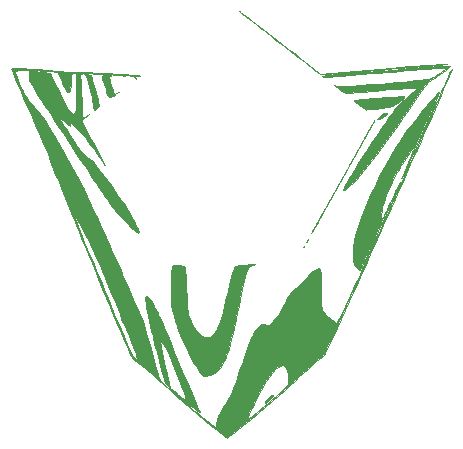
<source format=gbr>
G04 #@! TF.GenerationSoftware,KiCad,Pcbnew,5.1.2*
G04 #@! TF.CreationDate,2019-07-09T10:29:53-05:00*
G04 #@! TF.ProjectId,Goron's_Ruby,476f726f-6e27-4735-9f52-7562792e6b69,rev?*
G04 #@! TF.SameCoordinates,Original*
G04 #@! TF.FileFunction,Legend,Top*
G04 #@! TF.FilePolarity,Positive*
%FSLAX46Y46*%
G04 Gerber Fmt 4.6, Leading zero omitted, Abs format (unit mm)*
G04 Created by KiCad (PCBNEW 5.1.2) date 2019-07-09 10:29:53*
%MOMM*%
%LPD*%
G04 APERTURE LIST*
%ADD10C,0.010000*%
G04 APERTURE END LIST*
D10*
G36*
X129072137Y-94427966D02*
G01*
X129433591Y-94440475D01*
X129843319Y-94459639D01*
X130283365Y-94484291D01*
X130735772Y-94513262D01*
X131182584Y-94545385D01*
X131605843Y-94579492D01*
X131987593Y-94614414D01*
X132309878Y-94648984D01*
X132381575Y-94657752D01*
X132625115Y-94682370D01*
X132914448Y-94702276D01*
X133210735Y-94715218D01*
X133439908Y-94719064D01*
X133670693Y-94720830D01*
X133936060Y-94726267D01*
X134242286Y-94735652D01*
X134595645Y-94749266D01*
X135002414Y-94767386D01*
X135468867Y-94790292D01*
X136001280Y-94818261D01*
X136605930Y-94851573D01*
X137251667Y-94888347D01*
X137716411Y-94915266D01*
X138103380Y-94938124D01*
X138419333Y-94957597D01*
X138671030Y-94974361D01*
X138865230Y-94989091D01*
X139008691Y-95002465D01*
X139108173Y-95015157D01*
X139170435Y-95027846D01*
X139202236Y-95041205D01*
X139210335Y-95055913D01*
X139201491Y-95072644D01*
X139192330Y-95082480D01*
X139124329Y-95119164D01*
X139021471Y-95109229D01*
X138990989Y-95101048D01*
X138898078Y-95084746D01*
X138730244Y-95066132D01*
X138497183Y-95045716D01*
X138208593Y-95024010D01*
X137874170Y-95001524D01*
X137503610Y-94978768D01*
X137106609Y-94956254D01*
X136692866Y-94934492D01*
X136272076Y-94913993D01*
X135853935Y-94895267D01*
X135448140Y-94878826D01*
X135064389Y-94865180D01*
X134712377Y-94854839D01*
X134401801Y-94848315D01*
X134150750Y-94846116D01*
X133891000Y-94846358D01*
X133703962Y-94848250D01*
X133577682Y-94853395D01*
X133500206Y-94863395D01*
X133459580Y-94879853D01*
X133443848Y-94904371D01*
X133441058Y-94938552D01*
X133441039Y-94941250D01*
X133438005Y-95016662D01*
X133430104Y-95158410D01*
X133418422Y-95348376D01*
X133404046Y-95568439D01*
X133398720Y-95647158D01*
X133374115Y-95942834D01*
X133344630Y-96162404D01*
X133307826Y-96314396D01*
X133261263Y-96407333D01*
X133202502Y-96449744D01*
X133167678Y-96454667D01*
X133089715Y-96415307D01*
X132992457Y-96302340D01*
X132880334Y-96123433D01*
X132757775Y-95886253D01*
X132629211Y-95598467D01*
X132531062Y-95352852D01*
X132444694Y-95132917D01*
X132376545Y-94979079D01*
X132318000Y-94877136D01*
X132260443Y-94812884D01*
X132195257Y-94772120D01*
X132172840Y-94762312D01*
X132049976Y-94728661D01*
X131855876Y-94696032D01*
X131603970Y-94665205D01*
X131307687Y-94636959D01*
X130980458Y-94612073D01*
X130635713Y-94591326D01*
X130286881Y-94575498D01*
X129947392Y-94565368D01*
X129630678Y-94561715D01*
X129350166Y-94565319D01*
X129119288Y-94576958D01*
X129063820Y-94581919D01*
X128876610Y-94602408D01*
X128722779Y-94622175D01*
X128620496Y-94638700D01*
X128587972Y-94647916D01*
X128596664Y-94692955D01*
X128637046Y-94802263D01*
X128703697Y-94964009D01*
X128791196Y-95166361D01*
X128894120Y-95397490D01*
X129007047Y-95645564D01*
X129124556Y-95898753D01*
X129241226Y-96145226D01*
X129351633Y-96373152D01*
X129450357Y-96570701D01*
X129531975Y-96726042D01*
X129574937Y-96801526D01*
X129686268Y-96968154D01*
X129837325Y-97169333D01*
X130008160Y-97379552D01*
X130176513Y-97570806D01*
X130365001Y-97777744D01*
X130534551Y-97971971D01*
X130692187Y-98163491D01*
X130844929Y-98362308D01*
X130999802Y-98578427D01*
X131163825Y-98821853D01*
X131344022Y-99102590D01*
X131547414Y-99430643D01*
X131781023Y-99816016D01*
X131948424Y-100095333D01*
X132628136Y-101254422D01*
X133265667Y-102387631D01*
X133873328Y-103518239D01*
X134463427Y-104669525D01*
X135048274Y-105864767D01*
X135453559Y-106723771D01*
X135568320Y-106972395D01*
X135707754Y-107277841D01*
X135869070Y-107633794D01*
X136049475Y-108033938D01*
X136246176Y-108471960D01*
X136456381Y-108941544D01*
X136677296Y-109436374D01*
X136906130Y-109950136D01*
X137140089Y-110476515D01*
X137376382Y-111009195D01*
X137612215Y-111541862D01*
X137844796Y-112068200D01*
X138071332Y-112581895D01*
X138289031Y-113076631D01*
X138495100Y-113546093D01*
X138686746Y-113983966D01*
X138861177Y-114383936D01*
X139015600Y-114739687D01*
X139147223Y-115044904D01*
X139253252Y-115293272D01*
X139330896Y-115478476D01*
X139377362Y-115594201D01*
X139383408Y-115610500D01*
X139466697Y-115850994D01*
X139559875Y-116137445D01*
X139664563Y-116475333D01*
X139782378Y-116870134D01*
X139914942Y-117327327D01*
X140063872Y-117852391D01*
X140230789Y-118450804D01*
X140340703Y-118849000D01*
X140435667Y-119193923D01*
X140526562Y-119523561D01*
X140610174Y-119826293D01*
X140683288Y-120090500D01*
X140742689Y-120304562D01*
X140785164Y-120456858D01*
X140803295Y-120521167D01*
X140827882Y-120602099D01*
X140856167Y-120673059D01*
X140896088Y-120743261D01*
X140955579Y-120821923D01*
X141042578Y-120918261D01*
X141165019Y-121041491D01*
X141330841Y-121200829D01*
X141547978Y-121405491D01*
X141635455Y-121487555D01*
X141850071Y-121687456D01*
X142048161Y-121869426D01*
X142220179Y-122024896D01*
X142356578Y-122145300D01*
X142447813Y-122222071D01*
X142479833Y-122245336D01*
X142477788Y-122230748D01*
X142423558Y-122163988D01*
X142324430Y-122053145D01*
X142187692Y-121906309D01*
X142020630Y-121731571D01*
X141970068Y-121679422D01*
X141784741Y-121485230D01*
X141617872Y-121303582D01*
X141479488Y-121145940D01*
X141379616Y-121023765D01*
X141328281Y-120948520D01*
X141325705Y-120942807D01*
X141301188Y-120867135D01*
X141258142Y-120718750D01*
X141199039Y-120506964D01*
X141126349Y-120241085D01*
X141042542Y-119930423D01*
X140950088Y-119584288D01*
X140851457Y-119211989D01*
X140749121Y-118822836D01*
X140645548Y-118426139D01*
X140543211Y-118031207D01*
X140444748Y-117648013D01*
X140977987Y-117648013D01*
X140995451Y-117840884D01*
X141037504Y-118111794D01*
X141104241Y-118461257D01*
X141195756Y-118889786D01*
X141312143Y-119397894D01*
X141453497Y-119986097D01*
X141531668Y-120302769D01*
X141825337Y-121483401D01*
X142036175Y-121672963D01*
X142252074Y-121864199D01*
X142460992Y-122043994D01*
X142652732Y-122204062D01*
X142817098Y-122336116D01*
X142943893Y-122431871D01*
X143022923Y-122483041D01*
X143040750Y-122489333D01*
X143084654Y-122454568D01*
X143093667Y-122410654D01*
X143077715Y-122315957D01*
X143032055Y-122152140D01*
X142959981Y-121928052D01*
X142864784Y-121652544D01*
X142749757Y-121334465D01*
X142618193Y-120982665D01*
X142473386Y-120605995D01*
X142318627Y-120213305D01*
X142157209Y-119813443D01*
X141992426Y-119415261D01*
X141882811Y-119156242D01*
X141682013Y-118695048D01*
X141504902Y-118306624D01*
X141352161Y-117992285D01*
X141224475Y-117753345D01*
X141122530Y-117591117D01*
X141047010Y-117506915D01*
X141016451Y-117494333D01*
X140985018Y-117532668D01*
X140977987Y-117648013D01*
X140444748Y-117648013D01*
X140444577Y-117647351D01*
X140352119Y-117283879D01*
X140301737Y-117083841D01*
X140197615Y-116657441D01*
X140097014Y-116224172D01*
X140002016Y-115794634D01*
X139914702Y-115379429D01*
X139837152Y-114989158D01*
X139771448Y-114634421D01*
X139719671Y-114325820D01*
X139683900Y-114073956D01*
X139666219Y-113889429D01*
X139664675Y-113838494D01*
X139673305Y-113754290D01*
X139716683Y-113733103D01*
X139781083Y-113744249D01*
X139897659Y-113795677D01*
X140020879Y-113900922D01*
X140154686Y-114065431D01*
X140303023Y-114294652D01*
X140469834Y-114594033D01*
X140641278Y-114932579D01*
X140729364Y-115112945D01*
X140808692Y-115276829D01*
X140882558Y-115431855D01*
X140954255Y-115585650D01*
X141027076Y-115745838D01*
X141104317Y-115920046D01*
X141189271Y-116115899D01*
X141285232Y-116341023D01*
X141395494Y-116603043D01*
X141523351Y-116909586D01*
X141672097Y-117268276D01*
X141845027Y-117686740D01*
X142045434Y-118172604D01*
X142141023Y-118404500D01*
X142748917Y-119865652D01*
X143376581Y-121348198D01*
X144003780Y-122804408D01*
X144097099Y-123018833D01*
X144188880Y-123230243D01*
X144250509Y-123376230D01*
X144285875Y-123468891D01*
X144298867Y-123520328D01*
X144293371Y-123542638D01*
X144273276Y-123547921D01*
X144267139Y-123548000D01*
X144219072Y-123522982D01*
X144115794Y-123453262D01*
X143968356Y-123346840D01*
X143787811Y-123211715D01*
X143585211Y-123055887D01*
X143559103Y-123035521D01*
X143263376Y-122806023D01*
X143032377Y-122630014D01*
X142865697Y-122506897D01*
X142762926Y-122436073D01*
X142723654Y-122416946D01*
X142747472Y-122448916D01*
X142833969Y-122531387D01*
X142982737Y-122663761D01*
X143193364Y-122845439D01*
X143465441Y-123075824D01*
X143749833Y-123313762D01*
X144145249Y-123641008D01*
X144505311Y-123934798D01*
X144825934Y-124191970D01*
X145103035Y-124409367D01*
X145332529Y-124583828D01*
X145510332Y-124712193D01*
X145632360Y-124791302D01*
X145694211Y-124818000D01*
X145705388Y-124779003D01*
X145713817Y-124675334D01*
X145718079Y-124526978D01*
X145718333Y-124477647D01*
X145718997Y-124359129D01*
X145724196Y-124258978D01*
X145738740Y-124165884D01*
X145767437Y-124068536D01*
X145781349Y-124035575D01*
X148358515Y-124035575D01*
X148399682Y-124051754D01*
X148492801Y-124013584D01*
X148641416Y-123919769D01*
X148794417Y-123809898D01*
X149047965Y-123615512D01*
X149344836Y-123377506D01*
X149671534Y-123107562D01*
X150014561Y-122817357D01*
X150360423Y-122518572D01*
X150695622Y-122222887D01*
X151006664Y-121941981D01*
X151280050Y-121687534D01*
X151502286Y-121471225D01*
X151534229Y-121438860D01*
X151783292Y-121184633D01*
X151762914Y-120620067D01*
X151740380Y-120270423D01*
X151699343Y-119998187D01*
X151637390Y-119797642D01*
X151552110Y-119663071D01*
X151441090Y-119588757D01*
X151319252Y-119568667D01*
X151120875Y-119608835D01*
X150901529Y-119727521D01*
X150664060Y-119921994D01*
X150411318Y-120189524D01*
X150146149Y-120527380D01*
X149871403Y-120932832D01*
X149833398Y-120993134D01*
X149740211Y-121151326D01*
X149621591Y-121366697D01*
X149483558Y-121627049D01*
X149332132Y-121920187D01*
X149173334Y-122233914D01*
X149013184Y-122556034D01*
X148857703Y-122874350D01*
X148712911Y-123176667D01*
X148584828Y-123450787D01*
X148479475Y-123684514D01*
X148402873Y-123865653D01*
X148365752Y-123966339D01*
X148358515Y-124035575D01*
X145781349Y-124035575D01*
X145815097Y-123955623D01*
X145886531Y-123815837D01*
X145986547Y-123637866D01*
X146119955Y-123410400D01*
X146291564Y-123122130D01*
X146302676Y-123103500D01*
X146500290Y-122765989D01*
X146677766Y-122447760D01*
X146839773Y-122137778D01*
X146990986Y-121825004D01*
X147136076Y-121498402D01*
X147279715Y-121146935D01*
X147426575Y-120759566D01*
X147581329Y-120325259D01*
X147748649Y-119832975D01*
X147933207Y-119271680D01*
X147960844Y-119186478D01*
X148133511Y-118660089D01*
X148287192Y-118207644D01*
X148425335Y-117821446D01*
X148551387Y-117493799D01*
X148668797Y-117217006D01*
X148781013Y-116983370D01*
X148891484Y-116785196D01*
X149003657Y-116614785D01*
X149120981Y-116464443D01*
X149238149Y-116335463D01*
X149479269Y-116086760D01*
X150279125Y-116146728D01*
X150532789Y-115836280D01*
X150976424Y-115229657D01*
X151367115Y-114561859D01*
X151488384Y-114319333D01*
X151715367Y-113891331D01*
X151953804Y-113534929D01*
X152213354Y-113237081D01*
X152438887Y-113035234D01*
X152700352Y-112807697D01*
X152988384Y-112525781D01*
X153285340Y-112207314D01*
X153479236Y-111983880D01*
X153660295Y-111788930D01*
X153851476Y-111617326D01*
X154036307Y-111481705D01*
X154198318Y-111394703D01*
X154278132Y-111371027D01*
X154342678Y-111361462D01*
X154395858Y-111360595D01*
X154438893Y-111375782D01*
X154473002Y-111414379D01*
X154499407Y-111483741D01*
X154519326Y-111591226D01*
X154533981Y-111744189D01*
X154544591Y-111949985D01*
X154552376Y-112215971D01*
X154558558Y-112549502D01*
X154564356Y-112957935D01*
X154566369Y-113108660D01*
X154572711Y-113540694D01*
X154579349Y-113895753D01*
X154586650Y-114181528D01*
X154594984Y-114405709D01*
X154604718Y-114575989D01*
X154616221Y-114700058D01*
X154629861Y-114785607D01*
X154646006Y-114840328D01*
X154649690Y-114848500D01*
X154789222Y-115093612D01*
X154949821Y-115283392D01*
X155156825Y-115447067D01*
X155184424Y-115465324D01*
X155349396Y-115586336D01*
X155512503Y-115727919D01*
X155628762Y-115848623D01*
X155723765Y-115955674D01*
X155800238Y-116030273D01*
X155838357Y-116055000D01*
X155870536Y-116016793D01*
X155935368Y-115904323D01*
X156031389Y-115720812D01*
X156157133Y-115469486D01*
X156311135Y-115153566D01*
X156491930Y-114776278D01*
X156698052Y-114340845D01*
X156928035Y-113850491D01*
X157180416Y-113308440D01*
X157453728Y-112717915D01*
X157746506Y-112082140D01*
X158057285Y-111404339D01*
X158384600Y-110687736D01*
X158726985Y-109935554D01*
X159082974Y-109151018D01*
X159451104Y-108337351D01*
X159829908Y-107497777D01*
X160217921Y-106635520D01*
X160613678Y-105753803D01*
X161015713Y-104855850D01*
X161422562Y-103944885D01*
X161832758Y-103024133D01*
X162244838Y-102096815D01*
X162657334Y-101166158D01*
X163068783Y-100235383D01*
X163477719Y-99307716D01*
X163882676Y-98386379D01*
X164245864Y-97557622D01*
X164523050Y-96925341D01*
X164767845Y-96369445D01*
X164980950Y-95888385D01*
X165163069Y-95480616D01*
X165314903Y-95144591D01*
X165437155Y-94878762D01*
X165530526Y-94681582D01*
X165595720Y-94551506D01*
X165633439Y-94486985D01*
X165643387Y-94479276D01*
X165632009Y-94523076D01*
X165587331Y-94640668D01*
X165510861Y-94828665D01*
X165404105Y-95083678D01*
X165268571Y-95402317D01*
X165105765Y-95781196D01*
X164917195Y-96216925D01*
X164704366Y-96706116D01*
X164468786Y-97245380D01*
X164211963Y-97831328D01*
X163935402Y-98460573D01*
X163640611Y-99129726D01*
X163329096Y-99835397D01*
X163002366Y-100574199D01*
X162661925Y-101342744D01*
X162309282Y-102137641D01*
X161945943Y-102955504D01*
X161573416Y-103792943D01*
X161193206Y-104646570D01*
X160806822Y-105512997D01*
X160415770Y-106388835D01*
X160021556Y-107270695D01*
X159625688Y-108155188D01*
X159229673Y-109038928D01*
X158835017Y-109918524D01*
X158443227Y-110790588D01*
X158055811Y-111651732D01*
X157674276Y-112498567D01*
X157300127Y-113327705D01*
X156934873Y-114135757D01*
X156580019Y-114919335D01*
X156237073Y-115675050D01*
X155907543Y-116399514D01*
X155592933Y-117089337D01*
X155429534Y-117446783D01*
X154841167Y-118732733D01*
X154419677Y-119053032D01*
X154169724Y-119249345D01*
X153879892Y-119488987D01*
X153546415Y-119775246D01*
X153165530Y-120111408D01*
X152733473Y-120500763D01*
X152246479Y-120946596D01*
X152153000Y-121032817D01*
X151586769Y-121550853D01*
X151028866Y-122051106D01*
X150466835Y-122544240D01*
X149888222Y-123040920D01*
X149280574Y-123551809D01*
X148631436Y-124087571D01*
X147928353Y-124658871D01*
X147756662Y-124797257D01*
X147507379Y-124997980D01*
X147274591Y-125185561D01*
X147067926Y-125352231D01*
X146897014Y-125490219D01*
X146771482Y-125591756D01*
X146700959Y-125649073D01*
X146696067Y-125653092D01*
X146581642Y-125747350D01*
X145758404Y-125086005D01*
X145193567Y-124627800D01*
X144604842Y-124141949D01*
X144002741Y-123637542D01*
X143397774Y-123123670D01*
X142800451Y-122609423D01*
X142221284Y-122103893D01*
X141670783Y-121616170D01*
X141159459Y-121155345D01*
X140697822Y-120730509D01*
X140416768Y-120465972D01*
X140181806Y-120250163D01*
X139909004Y-120011946D01*
X139627735Y-119776280D01*
X139367372Y-119568128D01*
X139294934Y-119512664D01*
X139097873Y-119362255D01*
X138920452Y-119223983D01*
X138775554Y-119108111D01*
X138676060Y-119024900D01*
X138639074Y-118990200D01*
X138603452Y-118942310D01*
X138557205Y-118865766D01*
X138499032Y-118757571D01*
X138427634Y-118614727D01*
X138341712Y-118434235D01*
X138239965Y-118213098D01*
X138121095Y-117948316D01*
X137983802Y-117636893D01*
X137826786Y-117275829D01*
X137648748Y-116862126D01*
X137448387Y-116392787D01*
X137224405Y-115864813D01*
X136975502Y-115275206D01*
X136700378Y-114620969D01*
X136397734Y-113899101D01*
X136066269Y-113106607D01*
X135704685Y-112240487D01*
X135485911Y-111715833D01*
X135144112Y-110895415D01*
X134832253Y-110145861D01*
X134547413Y-109460004D01*
X134286671Y-108830679D01*
X134047107Y-108250719D01*
X133825800Y-107712959D01*
X133619829Y-107210233D01*
X133426272Y-106735375D01*
X133400336Y-106671379D01*
X133600612Y-106671379D01*
X133614267Y-106739927D01*
X133648199Y-106853769D01*
X133703362Y-107015313D01*
X133780710Y-107226969D01*
X133881196Y-107491144D01*
X134005774Y-107810247D01*
X134155398Y-108186686D01*
X134331022Y-108622870D01*
X134533600Y-109121207D01*
X134764084Y-109684105D01*
X135023430Y-110313973D01*
X135312591Y-111013220D01*
X135632521Y-111784253D01*
X135984173Y-112629481D01*
X136185602Y-113112833D01*
X136508939Y-113888180D01*
X136801490Y-114589244D01*
X137064980Y-115219919D01*
X137301137Y-115784097D01*
X137511685Y-116285673D01*
X137698351Y-116728538D01*
X137862862Y-117116585D01*
X138006943Y-117453709D01*
X138132320Y-117743801D01*
X138240720Y-117990755D01*
X138333868Y-118198463D01*
X138413491Y-118370820D01*
X138481315Y-118511717D01*
X138539066Y-118625048D01*
X138588470Y-118714706D01*
X138631252Y-118784584D01*
X138669140Y-118838575D01*
X138703860Y-118880572D01*
X138737136Y-118914467D01*
X138770696Y-118944155D01*
X138771365Y-118944718D01*
X138863692Y-119011611D01*
X138931151Y-119041255D01*
X138944794Y-119039627D01*
X138954021Y-118990507D01*
X138943556Y-118883701D01*
X138918744Y-118756504D01*
X138865519Y-118569162D01*
X138776008Y-118308097D01*
X138650030Y-117972847D01*
X138487407Y-117562951D01*
X138287961Y-117077949D01*
X138051511Y-116517378D01*
X138034865Y-116478333D01*
X137938388Y-116249699D01*
X137816090Y-115955936D01*
X137673509Y-115610560D01*
X137516183Y-115227090D01*
X137349649Y-114819039D01*
X137179447Y-114399927D01*
X137011115Y-113983267D01*
X136933431Y-113790167D01*
X136728174Y-113279750D01*
X136550022Y-112838205D01*
X136394859Y-112455699D01*
X136258569Y-112122403D01*
X136137035Y-111828487D01*
X136026142Y-111564121D01*
X135921774Y-111319475D01*
X135819814Y-111084719D01*
X135716146Y-110850024D01*
X135606655Y-110605558D01*
X135515346Y-110403500D01*
X135352731Y-110049131D01*
X135177419Y-109675018D01*
X134993629Y-109289535D01*
X134805576Y-108901054D01*
X134617478Y-108517949D01*
X134433551Y-108148593D01*
X134258013Y-107801359D01*
X134095080Y-107484621D01*
X133948970Y-107206752D01*
X133823900Y-106976125D01*
X133724085Y-106801113D01*
X133653744Y-106690091D01*
X133630317Y-106660533D01*
X133606280Y-106645717D01*
X133600612Y-106671379D01*
X133400336Y-106671379D01*
X133242210Y-106281219D01*
X133064721Y-105840599D01*
X132890884Y-105406348D01*
X132717779Y-104971302D01*
X132542485Y-104528294D01*
X132362080Y-104070159D01*
X132173644Y-103589729D01*
X132172902Y-103587833D01*
X131906049Y-102910814D01*
X131657108Y-102289476D01*
X131417052Y-101702240D01*
X131176849Y-101127526D01*
X130927470Y-100543755D01*
X130659886Y-99929349D01*
X130365067Y-99262728D01*
X130332276Y-99189078D01*
X130061821Y-98579016D01*
X129805394Y-97994776D01*
X129564974Y-97441134D01*
X129342538Y-96922867D01*
X129140063Y-96444753D01*
X128959528Y-96011568D01*
X128802909Y-95628089D01*
X128672186Y-95299093D01*
X128569335Y-95029357D01*
X128496334Y-94823658D01*
X128455161Y-94686772D01*
X128446333Y-94633842D01*
X128419105Y-94552126D01*
X128383076Y-94522735D01*
X128328515Y-94488369D01*
X128352716Y-94459823D01*
X128449887Y-94438563D01*
X128614236Y-94426049D01*
X128776915Y-94423281D01*
X129072137Y-94427966D01*
X129072137Y-94427966D01*
G37*
X129072137Y-94427966D02*
X129433591Y-94440475D01*
X129843319Y-94459639D01*
X130283365Y-94484291D01*
X130735772Y-94513262D01*
X131182584Y-94545385D01*
X131605843Y-94579492D01*
X131987593Y-94614414D01*
X132309878Y-94648984D01*
X132381575Y-94657752D01*
X132625115Y-94682370D01*
X132914448Y-94702276D01*
X133210735Y-94715218D01*
X133439908Y-94719064D01*
X133670693Y-94720830D01*
X133936060Y-94726267D01*
X134242286Y-94735652D01*
X134595645Y-94749266D01*
X135002414Y-94767386D01*
X135468867Y-94790292D01*
X136001280Y-94818261D01*
X136605930Y-94851573D01*
X137251667Y-94888347D01*
X137716411Y-94915266D01*
X138103380Y-94938124D01*
X138419333Y-94957597D01*
X138671030Y-94974361D01*
X138865230Y-94989091D01*
X139008691Y-95002465D01*
X139108173Y-95015157D01*
X139170435Y-95027846D01*
X139202236Y-95041205D01*
X139210335Y-95055913D01*
X139201491Y-95072644D01*
X139192330Y-95082480D01*
X139124329Y-95119164D01*
X139021471Y-95109229D01*
X138990989Y-95101048D01*
X138898078Y-95084746D01*
X138730244Y-95066132D01*
X138497183Y-95045716D01*
X138208593Y-95024010D01*
X137874170Y-95001524D01*
X137503610Y-94978768D01*
X137106609Y-94956254D01*
X136692866Y-94934492D01*
X136272076Y-94913993D01*
X135853935Y-94895267D01*
X135448140Y-94878826D01*
X135064389Y-94865180D01*
X134712377Y-94854839D01*
X134401801Y-94848315D01*
X134150750Y-94846116D01*
X133891000Y-94846358D01*
X133703962Y-94848250D01*
X133577682Y-94853395D01*
X133500206Y-94863395D01*
X133459580Y-94879853D01*
X133443848Y-94904371D01*
X133441058Y-94938552D01*
X133441039Y-94941250D01*
X133438005Y-95016662D01*
X133430104Y-95158410D01*
X133418422Y-95348376D01*
X133404046Y-95568439D01*
X133398720Y-95647158D01*
X133374115Y-95942834D01*
X133344630Y-96162404D01*
X133307826Y-96314396D01*
X133261263Y-96407333D01*
X133202502Y-96449744D01*
X133167678Y-96454667D01*
X133089715Y-96415307D01*
X132992457Y-96302340D01*
X132880334Y-96123433D01*
X132757775Y-95886253D01*
X132629211Y-95598467D01*
X132531062Y-95352852D01*
X132444694Y-95132917D01*
X132376545Y-94979079D01*
X132318000Y-94877136D01*
X132260443Y-94812884D01*
X132195257Y-94772120D01*
X132172840Y-94762312D01*
X132049976Y-94728661D01*
X131855876Y-94696032D01*
X131603970Y-94665205D01*
X131307687Y-94636959D01*
X130980458Y-94612073D01*
X130635713Y-94591326D01*
X130286881Y-94575498D01*
X129947392Y-94565368D01*
X129630678Y-94561715D01*
X129350166Y-94565319D01*
X129119288Y-94576958D01*
X129063820Y-94581919D01*
X128876610Y-94602408D01*
X128722779Y-94622175D01*
X128620496Y-94638700D01*
X128587972Y-94647916D01*
X128596664Y-94692955D01*
X128637046Y-94802263D01*
X128703697Y-94964009D01*
X128791196Y-95166361D01*
X128894120Y-95397490D01*
X129007047Y-95645564D01*
X129124556Y-95898753D01*
X129241226Y-96145226D01*
X129351633Y-96373152D01*
X129450357Y-96570701D01*
X129531975Y-96726042D01*
X129574937Y-96801526D01*
X129686268Y-96968154D01*
X129837325Y-97169333D01*
X130008160Y-97379552D01*
X130176513Y-97570806D01*
X130365001Y-97777744D01*
X130534551Y-97971971D01*
X130692187Y-98163491D01*
X130844929Y-98362308D01*
X130999802Y-98578427D01*
X131163825Y-98821853D01*
X131344022Y-99102590D01*
X131547414Y-99430643D01*
X131781023Y-99816016D01*
X131948424Y-100095333D01*
X132628136Y-101254422D01*
X133265667Y-102387631D01*
X133873328Y-103518239D01*
X134463427Y-104669525D01*
X135048274Y-105864767D01*
X135453559Y-106723771D01*
X135568320Y-106972395D01*
X135707754Y-107277841D01*
X135869070Y-107633794D01*
X136049475Y-108033938D01*
X136246176Y-108471960D01*
X136456381Y-108941544D01*
X136677296Y-109436374D01*
X136906130Y-109950136D01*
X137140089Y-110476515D01*
X137376382Y-111009195D01*
X137612215Y-111541862D01*
X137844796Y-112068200D01*
X138071332Y-112581895D01*
X138289031Y-113076631D01*
X138495100Y-113546093D01*
X138686746Y-113983966D01*
X138861177Y-114383936D01*
X139015600Y-114739687D01*
X139147223Y-115044904D01*
X139253252Y-115293272D01*
X139330896Y-115478476D01*
X139377362Y-115594201D01*
X139383408Y-115610500D01*
X139466697Y-115850994D01*
X139559875Y-116137445D01*
X139664563Y-116475333D01*
X139782378Y-116870134D01*
X139914942Y-117327327D01*
X140063872Y-117852391D01*
X140230789Y-118450804D01*
X140340703Y-118849000D01*
X140435667Y-119193923D01*
X140526562Y-119523561D01*
X140610174Y-119826293D01*
X140683288Y-120090500D01*
X140742689Y-120304562D01*
X140785164Y-120456858D01*
X140803295Y-120521167D01*
X140827882Y-120602099D01*
X140856167Y-120673059D01*
X140896088Y-120743261D01*
X140955579Y-120821923D01*
X141042578Y-120918261D01*
X141165019Y-121041491D01*
X141330841Y-121200829D01*
X141547978Y-121405491D01*
X141635455Y-121487555D01*
X141850071Y-121687456D01*
X142048161Y-121869426D01*
X142220179Y-122024896D01*
X142356578Y-122145300D01*
X142447813Y-122222071D01*
X142479833Y-122245336D01*
X142477788Y-122230748D01*
X142423558Y-122163988D01*
X142324430Y-122053145D01*
X142187692Y-121906309D01*
X142020630Y-121731571D01*
X141970068Y-121679422D01*
X141784741Y-121485230D01*
X141617872Y-121303582D01*
X141479488Y-121145940D01*
X141379616Y-121023765D01*
X141328281Y-120948520D01*
X141325705Y-120942807D01*
X141301188Y-120867135D01*
X141258142Y-120718750D01*
X141199039Y-120506964D01*
X141126349Y-120241085D01*
X141042542Y-119930423D01*
X140950088Y-119584288D01*
X140851457Y-119211989D01*
X140749121Y-118822836D01*
X140645548Y-118426139D01*
X140543211Y-118031207D01*
X140444748Y-117648013D01*
X140977987Y-117648013D01*
X140995451Y-117840884D01*
X141037504Y-118111794D01*
X141104241Y-118461257D01*
X141195756Y-118889786D01*
X141312143Y-119397894D01*
X141453497Y-119986097D01*
X141531668Y-120302769D01*
X141825337Y-121483401D01*
X142036175Y-121672963D01*
X142252074Y-121864199D01*
X142460992Y-122043994D01*
X142652732Y-122204062D01*
X142817098Y-122336116D01*
X142943893Y-122431871D01*
X143022923Y-122483041D01*
X143040750Y-122489333D01*
X143084654Y-122454568D01*
X143093667Y-122410654D01*
X143077715Y-122315957D01*
X143032055Y-122152140D01*
X142959981Y-121928052D01*
X142864784Y-121652544D01*
X142749757Y-121334465D01*
X142618193Y-120982665D01*
X142473386Y-120605995D01*
X142318627Y-120213305D01*
X142157209Y-119813443D01*
X141992426Y-119415261D01*
X141882811Y-119156242D01*
X141682013Y-118695048D01*
X141504902Y-118306624D01*
X141352161Y-117992285D01*
X141224475Y-117753345D01*
X141122530Y-117591117D01*
X141047010Y-117506915D01*
X141016451Y-117494333D01*
X140985018Y-117532668D01*
X140977987Y-117648013D01*
X140444748Y-117648013D01*
X140444577Y-117647351D01*
X140352119Y-117283879D01*
X140301737Y-117083841D01*
X140197615Y-116657441D01*
X140097014Y-116224172D01*
X140002016Y-115794634D01*
X139914702Y-115379429D01*
X139837152Y-114989158D01*
X139771448Y-114634421D01*
X139719671Y-114325820D01*
X139683900Y-114073956D01*
X139666219Y-113889429D01*
X139664675Y-113838494D01*
X139673305Y-113754290D01*
X139716683Y-113733103D01*
X139781083Y-113744249D01*
X139897659Y-113795677D01*
X140020879Y-113900922D01*
X140154686Y-114065431D01*
X140303023Y-114294652D01*
X140469834Y-114594033D01*
X140641278Y-114932579D01*
X140729364Y-115112945D01*
X140808692Y-115276829D01*
X140882558Y-115431855D01*
X140954255Y-115585650D01*
X141027076Y-115745838D01*
X141104317Y-115920046D01*
X141189271Y-116115899D01*
X141285232Y-116341023D01*
X141395494Y-116603043D01*
X141523351Y-116909586D01*
X141672097Y-117268276D01*
X141845027Y-117686740D01*
X142045434Y-118172604D01*
X142141023Y-118404500D01*
X142748917Y-119865652D01*
X143376581Y-121348198D01*
X144003780Y-122804408D01*
X144097099Y-123018833D01*
X144188880Y-123230243D01*
X144250509Y-123376230D01*
X144285875Y-123468891D01*
X144298867Y-123520328D01*
X144293371Y-123542638D01*
X144273276Y-123547921D01*
X144267139Y-123548000D01*
X144219072Y-123522982D01*
X144115794Y-123453262D01*
X143968356Y-123346840D01*
X143787811Y-123211715D01*
X143585211Y-123055887D01*
X143559103Y-123035521D01*
X143263376Y-122806023D01*
X143032377Y-122630014D01*
X142865697Y-122506897D01*
X142762926Y-122436073D01*
X142723654Y-122416946D01*
X142747472Y-122448916D01*
X142833969Y-122531387D01*
X142982737Y-122663761D01*
X143193364Y-122845439D01*
X143465441Y-123075824D01*
X143749833Y-123313762D01*
X144145249Y-123641008D01*
X144505311Y-123934798D01*
X144825934Y-124191970D01*
X145103035Y-124409367D01*
X145332529Y-124583828D01*
X145510332Y-124712193D01*
X145632360Y-124791302D01*
X145694211Y-124818000D01*
X145705388Y-124779003D01*
X145713817Y-124675334D01*
X145718079Y-124526978D01*
X145718333Y-124477647D01*
X145718997Y-124359129D01*
X145724196Y-124258978D01*
X145738740Y-124165884D01*
X145767437Y-124068536D01*
X145781349Y-124035575D01*
X148358515Y-124035575D01*
X148399682Y-124051754D01*
X148492801Y-124013584D01*
X148641416Y-123919769D01*
X148794417Y-123809898D01*
X149047965Y-123615512D01*
X149344836Y-123377506D01*
X149671534Y-123107562D01*
X150014561Y-122817357D01*
X150360423Y-122518572D01*
X150695622Y-122222887D01*
X151006664Y-121941981D01*
X151280050Y-121687534D01*
X151502286Y-121471225D01*
X151534229Y-121438860D01*
X151783292Y-121184633D01*
X151762914Y-120620067D01*
X151740380Y-120270423D01*
X151699343Y-119998187D01*
X151637390Y-119797642D01*
X151552110Y-119663071D01*
X151441090Y-119588757D01*
X151319252Y-119568667D01*
X151120875Y-119608835D01*
X150901529Y-119727521D01*
X150664060Y-119921994D01*
X150411318Y-120189524D01*
X150146149Y-120527380D01*
X149871403Y-120932832D01*
X149833398Y-120993134D01*
X149740211Y-121151326D01*
X149621591Y-121366697D01*
X149483558Y-121627049D01*
X149332132Y-121920187D01*
X149173334Y-122233914D01*
X149013184Y-122556034D01*
X148857703Y-122874350D01*
X148712911Y-123176667D01*
X148584828Y-123450787D01*
X148479475Y-123684514D01*
X148402873Y-123865653D01*
X148365752Y-123966339D01*
X148358515Y-124035575D01*
X145781349Y-124035575D01*
X145815097Y-123955623D01*
X145886531Y-123815837D01*
X145986547Y-123637866D01*
X146119955Y-123410400D01*
X146291564Y-123122130D01*
X146302676Y-123103500D01*
X146500290Y-122765989D01*
X146677766Y-122447760D01*
X146839773Y-122137778D01*
X146990986Y-121825004D01*
X147136076Y-121498402D01*
X147279715Y-121146935D01*
X147426575Y-120759566D01*
X147581329Y-120325259D01*
X147748649Y-119832975D01*
X147933207Y-119271680D01*
X147960844Y-119186478D01*
X148133511Y-118660089D01*
X148287192Y-118207644D01*
X148425335Y-117821446D01*
X148551387Y-117493799D01*
X148668797Y-117217006D01*
X148781013Y-116983370D01*
X148891484Y-116785196D01*
X149003657Y-116614785D01*
X149120981Y-116464443D01*
X149238149Y-116335463D01*
X149479269Y-116086760D01*
X150279125Y-116146728D01*
X150532789Y-115836280D01*
X150976424Y-115229657D01*
X151367115Y-114561859D01*
X151488384Y-114319333D01*
X151715367Y-113891331D01*
X151953804Y-113534929D01*
X152213354Y-113237081D01*
X152438887Y-113035234D01*
X152700352Y-112807697D01*
X152988384Y-112525781D01*
X153285340Y-112207314D01*
X153479236Y-111983880D01*
X153660295Y-111788930D01*
X153851476Y-111617326D01*
X154036307Y-111481705D01*
X154198318Y-111394703D01*
X154278132Y-111371027D01*
X154342678Y-111361462D01*
X154395858Y-111360595D01*
X154438893Y-111375782D01*
X154473002Y-111414379D01*
X154499407Y-111483741D01*
X154519326Y-111591226D01*
X154533981Y-111744189D01*
X154544591Y-111949985D01*
X154552376Y-112215971D01*
X154558558Y-112549502D01*
X154564356Y-112957935D01*
X154566369Y-113108660D01*
X154572711Y-113540694D01*
X154579349Y-113895753D01*
X154586650Y-114181528D01*
X154594984Y-114405709D01*
X154604718Y-114575989D01*
X154616221Y-114700058D01*
X154629861Y-114785607D01*
X154646006Y-114840328D01*
X154649690Y-114848500D01*
X154789222Y-115093612D01*
X154949821Y-115283392D01*
X155156825Y-115447067D01*
X155184424Y-115465324D01*
X155349396Y-115586336D01*
X155512503Y-115727919D01*
X155628762Y-115848623D01*
X155723765Y-115955674D01*
X155800238Y-116030273D01*
X155838357Y-116055000D01*
X155870536Y-116016793D01*
X155935368Y-115904323D01*
X156031389Y-115720812D01*
X156157133Y-115469486D01*
X156311135Y-115153566D01*
X156491930Y-114776278D01*
X156698052Y-114340845D01*
X156928035Y-113850491D01*
X157180416Y-113308440D01*
X157453728Y-112717915D01*
X157746506Y-112082140D01*
X158057285Y-111404339D01*
X158384600Y-110687736D01*
X158726985Y-109935554D01*
X159082974Y-109151018D01*
X159451104Y-108337351D01*
X159829908Y-107497777D01*
X160217921Y-106635520D01*
X160613678Y-105753803D01*
X161015713Y-104855850D01*
X161422562Y-103944885D01*
X161832758Y-103024133D01*
X162244838Y-102096815D01*
X162657334Y-101166158D01*
X163068783Y-100235383D01*
X163477719Y-99307716D01*
X163882676Y-98386379D01*
X164245864Y-97557622D01*
X164523050Y-96925341D01*
X164767845Y-96369445D01*
X164980950Y-95888385D01*
X165163069Y-95480616D01*
X165314903Y-95144591D01*
X165437155Y-94878762D01*
X165530526Y-94681582D01*
X165595720Y-94551506D01*
X165633439Y-94486985D01*
X165643387Y-94479276D01*
X165632009Y-94523076D01*
X165587331Y-94640668D01*
X165510861Y-94828665D01*
X165404105Y-95083678D01*
X165268571Y-95402317D01*
X165105765Y-95781196D01*
X164917195Y-96216925D01*
X164704366Y-96706116D01*
X164468786Y-97245380D01*
X164211963Y-97831328D01*
X163935402Y-98460573D01*
X163640611Y-99129726D01*
X163329096Y-99835397D01*
X163002366Y-100574199D01*
X162661925Y-101342744D01*
X162309282Y-102137641D01*
X161945943Y-102955504D01*
X161573416Y-103792943D01*
X161193206Y-104646570D01*
X160806822Y-105512997D01*
X160415770Y-106388835D01*
X160021556Y-107270695D01*
X159625688Y-108155188D01*
X159229673Y-109038928D01*
X158835017Y-109918524D01*
X158443227Y-110790588D01*
X158055811Y-111651732D01*
X157674276Y-112498567D01*
X157300127Y-113327705D01*
X156934873Y-114135757D01*
X156580019Y-114919335D01*
X156237073Y-115675050D01*
X155907543Y-116399514D01*
X155592933Y-117089337D01*
X155429534Y-117446783D01*
X154841167Y-118732733D01*
X154419677Y-119053032D01*
X154169724Y-119249345D01*
X153879892Y-119488987D01*
X153546415Y-119775246D01*
X153165530Y-120111408D01*
X152733473Y-120500763D01*
X152246479Y-120946596D01*
X152153000Y-121032817D01*
X151586769Y-121550853D01*
X151028866Y-122051106D01*
X150466835Y-122544240D01*
X149888222Y-123040920D01*
X149280574Y-123551809D01*
X148631436Y-124087571D01*
X147928353Y-124658871D01*
X147756662Y-124797257D01*
X147507379Y-124997980D01*
X147274591Y-125185561D01*
X147067926Y-125352231D01*
X146897014Y-125490219D01*
X146771482Y-125591756D01*
X146700959Y-125649073D01*
X146696067Y-125653092D01*
X146581642Y-125747350D01*
X145758404Y-125086005D01*
X145193567Y-124627800D01*
X144604842Y-124141949D01*
X144002741Y-123637542D01*
X143397774Y-123123670D01*
X142800451Y-122609423D01*
X142221284Y-122103893D01*
X141670783Y-121616170D01*
X141159459Y-121155345D01*
X140697822Y-120730509D01*
X140416768Y-120465972D01*
X140181806Y-120250163D01*
X139909004Y-120011946D01*
X139627735Y-119776280D01*
X139367372Y-119568128D01*
X139294934Y-119512664D01*
X139097873Y-119362255D01*
X138920452Y-119223983D01*
X138775554Y-119108111D01*
X138676060Y-119024900D01*
X138639074Y-118990200D01*
X138603452Y-118942310D01*
X138557205Y-118865766D01*
X138499032Y-118757571D01*
X138427634Y-118614727D01*
X138341712Y-118434235D01*
X138239965Y-118213098D01*
X138121095Y-117948316D01*
X137983802Y-117636893D01*
X137826786Y-117275829D01*
X137648748Y-116862126D01*
X137448387Y-116392787D01*
X137224405Y-115864813D01*
X136975502Y-115275206D01*
X136700378Y-114620969D01*
X136397734Y-113899101D01*
X136066269Y-113106607D01*
X135704685Y-112240487D01*
X135485911Y-111715833D01*
X135144112Y-110895415D01*
X134832253Y-110145861D01*
X134547413Y-109460004D01*
X134286671Y-108830679D01*
X134047107Y-108250719D01*
X133825800Y-107712959D01*
X133619829Y-107210233D01*
X133426272Y-106735375D01*
X133400336Y-106671379D01*
X133600612Y-106671379D01*
X133614267Y-106739927D01*
X133648199Y-106853769D01*
X133703362Y-107015313D01*
X133780710Y-107226969D01*
X133881196Y-107491144D01*
X134005774Y-107810247D01*
X134155398Y-108186686D01*
X134331022Y-108622870D01*
X134533600Y-109121207D01*
X134764084Y-109684105D01*
X135023430Y-110313973D01*
X135312591Y-111013220D01*
X135632521Y-111784253D01*
X135984173Y-112629481D01*
X136185602Y-113112833D01*
X136508939Y-113888180D01*
X136801490Y-114589244D01*
X137064980Y-115219919D01*
X137301137Y-115784097D01*
X137511685Y-116285673D01*
X137698351Y-116728538D01*
X137862862Y-117116585D01*
X138006943Y-117453709D01*
X138132320Y-117743801D01*
X138240720Y-117990755D01*
X138333868Y-118198463D01*
X138413491Y-118370820D01*
X138481315Y-118511717D01*
X138539066Y-118625048D01*
X138588470Y-118714706D01*
X138631252Y-118784584D01*
X138669140Y-118838575D01*
X138703860Y-118880572D01*
X138737136Y-118914467D01*
X138770696Y-118944155D01*
X138771365Y-118944718D01*
X138863692Y-119011611D01*
X138931151Y-119041255D01*
X138944794Y-119039627D01*
X138954021Y-118990507D01*
X138943556Y-118883701D01*
X138918744Y-118756504D01*
X138865519Y-118569162D01*
X138776008Y-118308097D01*
X138650030Y-117972847D01*
X138487407Y-117562951D01*
X138287961Y-117077949D01*
X138051511Y-116517378D01*
X138034865Y-116478333D01*
X137938388Y-116249699D01*
X137816090Y-115955936D01*
X137673509Y-115610560D01*
X137516183Y-115227090D01*
X137349649Y-114819039D01*
X137179447Y-114399927D01*
X137011115Y-113983267D01*
X136933431Y-113790167D01*
X136728174Y-113279750D01*
X136550022Y-112838205D01*
X136394859Y-112455699D01*
X136258569Y-112122403D01*
X136137035Y-111828487D01*
X136026142Y-111564121D01*
X135921774Y-111319475D01*
X135819814Y-111084719D01*
X135716146Y-110850024D01*
X135606655Y-110605558D01*
X135515346Y-110403500D01*
X135352731Y-110049131D01*
X135177419Y-109675018D01*
X134993629Y-109289535D01*
X134805576Y-108901054D01*
X134617478Y-108517949D01*
X134433551Y-108148593D01*
X134258013Y-107801359D01*
X134095080Y-107484621D01*
X133948970Y-107206752D01*
X133823900Y-106976125D01*
X133724085Y-106801113D01*
X133653744Y-106690091D01*
X133630317Y-106660533D01*
X133606280Y-106645717D01*
X133600612Y-106671379D01*
X133400336Y-106671379D01*
X133242210Y-106281219D01*
X133064721Y-105840599D01*
X132890884Y-105406348D01*
X132717779Y-104971302D01*
X132542485Y-104528294D01*
X132362080Y-104070159D01*
X132173644Y-103589729D01*
X132172902Y-103587833D01*
X131906049Y-102910814D01*
X131657108Y-102289476D01*
X131417052Y-101702240D01*
X131176849Y-101127526D01*
X130927470Y-100543755D01*
X130659886Y-99929349D01*
X130365067Y-99262728D01*
X130332276Y-99189078D01*
X130061821Y-98579016D01*
X129805394Y-97994776D01*
X129564974Y-97441134D01*
X129342538Y-96922867D01*
X129140063Y-96444753D01*
X128959528Y-96011568D01*
X128802909Y-95628089D01*
X128672186Y-95299093D01*
X128569335Y-95029357D01*
X128496334Y-94823658D01*
X128455161Y-94686772D01*
X128446333Y-94633842D01*
X128419105Y-94552126D01*
X128383076Y-94522735D01*
X128328515Y-94488369D01*
X128352716Y-94459823D01*
X128449887Y-94438563D01*
X128614236Y-94426049D01*
X128776915Y-94423281D01*
X129072137Y-94427966D01*
G36*
X148829833Y-111021047D02*
G01*
X148917907Y-111023477D01*
X148954168Y-111029916D01*
X148931267Y-111044957D01*
X148841853Y-111073194D01*
X148678577Y-111119221D01*
X148668062Y-111122150D01*
X148524549Y-111167724D01*
X148438808Y-111215694D01*
X148385398Y-111284068D01*
X148358855Y-111341015D01*
X148305800Y-111489211D01*
X148238846Y-111710227D01*
X148160472Y-111993814D01*
X148073153Y-112329724D01*
X147979369Y-112707709D01*
X147881596Y-113117520D01*
X147782312Y-113548909D01*
X147683994Y-113991628D01*
X147589121Y-114435429D01*
X147500170Y-114870063D01*
X147475101Y-114996667D01*
X147335031Y-115697729D01*
X147204898Y-116321588D01*
X147082795Y-116874874D01*
X146966815Y-117364215D01*
X146855052Y-117796244D01*
X146745599Y-118177590D01*
X146636551Y-118514883D01*
X146526000Y-118814753D01*
X146412039Y-119083832D01*
X146292763Y-119328748D01*
X146166265Y-119556133D01*
X146161937Y-119563429D01*
X145982067Y-119832925D01*
X145794846Y-120038260D01*
X145579527Y-120198872D01*
X145361433Y-120313602D01*
X145186506Y-120377362D01*
X144991699Y-120422981D01*
X144801427Y-120447390D01*
X144640101Y-120447523D01*
X144532134Y-120420311D01*
X144528668Y-120418237D01*
X144443760Y-120338819D01*
X144328511Y-120191919D01*
X144188120Y-119986902D01*
X144027783Y-119733133D01*
X143852698Y-119439977D01*
X143668064Y-119116799D01*
X143479078Y-118772964D01*
X143290937Y-118417838D01*
X143108839Y-118060784D01*
X142937982Y-117711169D01*
X142783564Y-117378358D01*
X142650782Y-117071714D01*
X142596122Y-116936224D01*
X142477589Y-116612032D01*
X142350628Y-116226117D01*
X142221740Y-115800094D01*
X142097426Y-115355580D01*
X141984186Y-114914192D01*
X141968296Y-114848500D01*
X141933659Y-114698119D01*
X141906543Y-114561040D01*
X141885748Y-114423001D01*
X141870075Y-114269742D01*
X141858325Y-114087001D01*
X141849297Y-113860516D01*
X141841793Y-113576027D01*
X141835575Y-113270497D01*
X141830004Y-112745058D01*
X141834941Y-112299407D01*
X141850684Y-111929280D01*
X141877530Y-111630416D01*
X141915777Y-111398554D01*
X141965722Y-111229430D01*
X141980470Y-111195611D01*
X142050236Y-111048590D01*
X142370868Y-111073086D01*
X142640146Y-111101458D01*
X142834822Y-111141369D01*
X142964545Y-111196017D01*
X143038969Y-111268598D01*
X143053949Y-111299381D01*
X143065968Y-111368554D01*
X143079598Y-111510489D01*
X143094093Y-111713315D01*
X143108705Y-111965160D01*
X143122686Y-112254154D01*
X143135289Y-112568424D01*
X143137110Y-112619751D01*
X143158321Y-113182004D01*
X143180617Y-113668032D01*
X143205022Y-114086275D01*
X143232562Y-114445175D01*
X143264261Y-114753173D01*
X143301145Y-115018709D01*
X143344239Y-115250226D01*
X143394567Y-115456163D01*
X143453154Y-115644963D01*
X143521026Y-115825065D01*
X143528533Y-115843333D01*
X143730248Y-116265296D01*
X143953725Y-116610495D01*
X144197491Y-116877550D01*
X144460073Y-117065083D01*
X144740000Y-117171713D01*
X144974458Y-117197842D01*
X145145944Y-117173620D01*
X145302857Y-117096501D01*
X145452698Y-116959300D01*
X145602971Y-116754836D01*
X145761178Y-116475924D01*
X145792296Y-116414833D01*
X145861114Y-116267227D01*
X145930015Y-116096137D01*
X146001305Y-115893691D01*
X146077286Y-115652016D01*
X146160265Y-115363240D01*
X146252546Y-115019489D01*
X146356433Y-114612892D01*
X146474231Y-114135576D01*
X146544501Y-113845388D01*
X146679390Y-113288864D01*
X146797223Y-112810510D01*
X146899206Y-112405825D01*
X146986546Y-112070305D01*
X147060448Y-111799449D01*
X147122120Y-111588754D01*
X147172768Y-111433716D01*
X147213599Y-111329835D01*
X147224870Y-111306504D01*
X147303049Y-111205799D01*
X147395887Y-111142285D01*
X147475564Y-111125066D01*
X147621085Y-111105270D01*
X147813730Y-111084481D01*
X148034780Y-111064281D01*
X148265516Y-111046253D01*
X148487216Y-111031979D01*
X148681162Y-111023043D01*
X148828632Y-111021026D01*
X148829833Y-111021047D01*
X148829833Y-111021047D01*
G37*
X148829833Y-111021047D02*
X148917907Y-111023477D01*
X148954168Y-111029916D01*
X148931267Y-111044957D01*
X148841853Y-111073194D01*
X148678577Y-111119221D01*
X148668062Y-111122150D01*
X148524549Y-111167724D01*
X148438808Y-111215694D01*
X148385398Y-111284068D01*
X148358855Y-111341015D01*
X148305800Y-111489211D01*
X148238846Y-111710227D01*
X148160472Y-111993814D01*
X148073153Y-112329724D01*
X147979369Y-112707709D01*
X147881596Y-113117520D01*
X147782312Y-113548909D01*
X147683994Y-113991628D01*
X147589121Y-114435429D01*
X147500170Y-114870063D01*
X147475101Y-114996667D01*
X147335031Y-115697729D01*
X147204898Y-116321588D01*
X147082795Y-116874874D01*
X146966815Y-117364215D01*
X146855052Y-117796244D01*
X146745599Y-118177590D01*
X146636551Y-118514883D01*
X146526000Y-118814753D01*
X146412039Y-119083832D01*
X146292763Y-119328748D01*
X146166265Y-119556133D01*
X146161937Y-119563429D01*
X145982067Y-119832925D01*
X145794846Y-120038260D01*
X145579527Y-120198872D01*
X145361433Y-120313602D01*
X145186506Y-120377362D01*
X144991699Y-120422981D01*
X144801427Y-120447390D01*
X144640101Y-120447523D01*
X144532134Y-120420311D01*
X144528668Y-120418237D01*
X144443760Y-120338819D01*
X144328511Y-120191919D01*
X144188120Y-119986902D01*
X144027783Y-119733133D01*
X143852698Y-119439977D01*
X143668064Y-119116799D01*
X143479078Y-118772964D01*
X143290937Y-118417838D01*
X143108839Y-118060784D01*
X142937982Y-117711169D01*
X142783564Y-117378358D01*
X142650782Y-117071714D01*
X142596122Y-116936224D01*
X142477589Y-116612032D01*
X142350628Y-116226117D01*
X142221740Y-115800094D01*
X142097426Y-115355580D01*
X141984186Y-114914192D01*
X141968296Y-114848500D01*
X141933659Y-114698119D01*
X141906543Y-114561040D01*
X141885748Y-114423001D01*
X141870075Y-114269742D01*
X141858325Y-114087001D01*
X141849297Y-113860516D01*
X141841793Y-113576027D01*
X141835575Y-113270497D01*
X141830004Y-112745058D01*
X141834941Y-112299407D01*
X141850684Y-111929280D01*
X141877530Y-111630416D01*
X141915777Y-111398554D01*
X141965722Y-111229430D01*
X141980470Y-111195611D01*
X142050236Y-111048590D01*
X142370868Y-111073086D01*
X142640146Y-111101458D01*
X142834822Y-111141369D01*
X142964545Y-111196017D01*
X143038969Y-111268598D01*
X143053949Y-111299381D01*
X143065968Y-111368554D01*
X143079598Y-111510489D01*
X143094093Y-111713315D01*
X143108705Y-111965160D01*
X143122686Y-112254154D01*
X143135289Y-112568424D01*
X143137110Y-112619751D01*
X143158321Y-113182004D01*
X143180617Y-113668032D01*
X143205022Y-114086275D01*
X143232562Y-114445175D01*
X143264261Y-114753173D01*
X143301145Y-115018709D01*
X143344239Y-115250226D01*
X143394567Y-115456163D01*
X143453154Y-115644963D01*
X143521026Y-115825065D01*
X143528533Y-115843333D01*
X143730248Y-116265296D01*
X143953725Y-116610495D01*
X144197491Y-116877550D01*
X144460073Y-117065083D01*
X144740000Y-117171713D01*
X144974458Y-117197842D01*
X145145944Y-117173620D01*
X145302857Y-117096501D01*
X145452698Y-116959300D01*
X145602971Y-116754836D01*
X145761178Y-116475924D01*
X145792296Y-116414833D01*
X145861114Y-116267227D01*
X145930015Y-116096137D01*
X146001305Y-115893691D01*
X146077286Y-115652016D01*
X146160265Y-115363240D01*
X146252546Y-115019489D01*
X146356433Y-114612892D01*
X146474231Y-114135576D01*
X146544501Y-113845388D01*
X146679390Y-113288864D01*
X146797223Y-112810510D01*
X146899206Y-112405825D01*
X146986546Y-112070305D01*
X147060448Y-111799449D01*
X147122120Y-111588754D01*
X147172768Y-111433716D01*
X147213599Y-111329835D01*
X147224870Y-111306504D01*
X147303049Y-111205799D01*
X147395887Y-111142285D01*
X147475564Y-111125066D01*
X147621085Y-111105270D01*
X147813730Y-111084481D01*
X148034780Y-111064281D01*
X148265516Y-111046253D01*
X148487216Y-111031979D01*
X148681162Y-111023043D01*
X148828632Y-111021026D01*
X148829833Y-111021047D01*
G36*
X164526460Y-96481068D02*
G01*
X164493119Y-96582859D01*
X164447474Y-96710732D01*
X164398096Y-96839740D01*
X164318724Y-97036709D01*
X164212650Y-97294012D01*
X164083164Y-97604026D01*
X163933558Y-97959124D01*
X163767125Y-98351682D01*
X163587154Y-98774073D01*
X163396937Y-99218674D01*
X163199767Y-99677858D01*
X162998933Y-100144000D01*
X162797729Y-100609475D01*
X162599444Y-101066658D01*
X162407371Y-101507924D01*
X162224801Y-101925646D01*
X162055025Y-102312201D01*
X161901335Y-102659962D01*
X161767023Y-102961305D01*
X161655379Y-103208603D01*
X161569694Y-103394233D01*
X161513262Y-103510568D01*
X161507955Y-103520756D01*
X161451418Y-103622443D01*
X161428639Y-103649642D01*
X161439785Y-103601901D01*
X161485020Y-103478770D01*
X161564511Y-103279799D01*
X161678424Y-103004537D01*
X161826924Y-102652535D01*
X161831436Y-102641912D01*
X162015009Y-102207206D01*
X162172185Y-101829618D01*
X162301605Y-101512568D01*
X162401911Y-101259480D01*
X162471743Y-101073776D01*
X162509744Y-100958878D01*
X162515496Y-100918718D01*
X162485708Y-100944579D01*
X162417068Y-101031492D01*
X162316479Y-101169271D01*
X162190847Y-101347731D01*
X162047076Y-101556686D01*
X161892072Y-101785952D01*
X161732738Y-102025342D01*
X161575980Y-102264672D01*
X161428702Y-102493756D01*
X161297810Y-102702409D01*
X161222639Y-102825833D01*
X161000590Y-103207759D01*
X160779403Y-103609387D01*
X160568215Y-104012785D01*
X160376164Y-104400021D01*
X160212388Y-104753165D01*
X160086025Y-105054284D01*
X160082709Y-105062839D01*
X159966263Y-105395325D01*
X159859645Y-105758180D01*
X159769221Y-106125310D01*
X159701354Y-106470621D01*
X159662410Y-106768020D01*
X159660318Y-106794583D01*
X159651206Y-106954501D01*
X159651613Y-107072604D01*
X159663863Y-107145493D01*
X159690282Y-107169767D01*
X159733194Y-107142025D01*
X159794924Y-107058867D01*
X159877797Y-106916891D01*
X159984139Y-106712698D01*
X160116273Y-106442887D01*
X160276525Y-106104058D01*
X160467220Y-105692809D01*
X160577264Y-105453399D01*
X160725254Y-105132099D01*
X160862302Y-104837127D01*
X160984428Y-104576855D01*
X161087652Y-104359654D01*
X161167992Y-104193896D01*
X161221469Y-104087953D01*
X161244102Y-104050196D01*
X161244394Y-104050283D01*
X161231647Y-104092194D01*
X161186445Y-104205383D01*
X161111356Y-104384046D01*
X161008945Y-104622378D01*
X160881779Y-104914574D01*
X160732426Y-105254828D01*
X160563451Y-105637336D01*
X160377423Y-106056293D01*
X160176907Y-106505893D01*
X159964471Y-106980331D01*
X159742681Y-107473803D01*
X159514104Y-107980503D01*
X159281307Y-108494627D01*
X159202675Y-108667833D01*
X158948959Y-109223374D01*
X158716305Y-109726782D01*
X158506452Y-110174460D01*
X158321137Y-110562813D01*
X158162098Y-110888245D01*
X158031073Y-111147158D01*
X157929799Y-111335957D01*
X157860014Y-111451045D01*
X157853307Y-111460457D01*
X157812373Y-111507868D01*
X157773844Y-111509964D01*
X157714789Y-111459997D01*
X157661701Y-111404079D01*
X157575488Y-111292970D01*
X157477297Y-111138647D01*
X157392698Y-110982884D01*
X157338713Y-110870696D01*
X157301005Y-110777993D01*
X157276702Y-110685975D01*
X157262931Y-110575843D01*
X157256819Y-110428795D01*
X157255492Y-110226033D01*
X157255755Y-110086762D01*
X157259127Y-109810889D01*
X157269738Y-109590081D01*
X157290760Y-109394835D01*
X157325367Y-109195646D01*
X157376459Y-108964167D01*
X157553699Y-108293838D01*
X157781928Y-107570425D01*
X158056300Y-106804492D01*
X158371967Y-106006600D01*
X158724082Y-105187311D01*
X159107799Y-104357188D01*
X159518271Y-103526792D01*
X159950649Y-102706687D01*
X160400089Y-101907434D01*
X160861741Y-101139595D01*
X161232661Y-100561000D01*
X161507615Y-100151451D01*
X161772620Y-99771774D01*
X162042537Y-99401857D01*
X162332222Y-99021591D01*
X162656536Y-98610865D01*
X162859134Y-98359667D01*
X163072882Y-98098163D01*
X163296420Y-97828073D01*
X163521809Y-97558685D01*
X163741110Y-97299287D01*
X163946384Y-97059165D01*
X164129691Y-96847609D01*
X164283093Y-96673905D01*
X164398651Y-96547342D01*
X164467642Y-96477898D01*
X164512689Y-96440505D01*
X164532640Y-96437589D01*
X164526460Y-96481068D01*
X164526460Y-96481068D01*
G37*
X164526460Y-96481068D02*
X164493119Y-96582859D01*
X164447474Y-96710732D01*
X164398096Y-96839740D01*
X164318724Y-97036709D01*
X164212650Y-97294012D01*
X164083164Y-97604026D01*
X163933558Y-97959124D01*
X163767125Y-98351682D01*
X163587154Y-98774073D01*
X163396937Y-99218674D01*
X163199767Y-99677858D01*
X162998933Y-100144000D01*
X162797729Y-100609475D01*
X162599444Y-101066658D01*
X162407371Y-101507924D01*
X162224801Y-101925646D01*
X162055025Y-102312201D01*
X161901335Y-102659962D01*
X161767023Y-102961305D01*
X161655379Y-103208603D01*
X161569694Y-103394233D01*
X161513262Y-103510568D01*
X161507955Y-103520756D01*
X161451418Y-103622443D01*
X161428639Y-103649642D01*
X161439785Y-103601901D01*
X161485020Y-103478770D01*
X161564511Y-103279799D01*
X161678424Y-103004537D01*
X161826924Y-102652535D01*
X161831436Y-102641912D01*
X162015009Y-102207206D01*
X162172185Y-101829618D01*
X162301605Y-101512568D01*
X162401911Y-101259480D01*
X162471743Y-101073776D01*
X162509744Y-100958878D01*
X162515496Y-100918718D01*
X162485708Y-100944579D01*
X162417068Y-101031492D01*
X162316479Y-101169271D01*
X162190847Y-101347731D01*
X162047076Y-101556686D01*
X161892072Y-101785952D01*
X161732738Y-102025342D01*
X161575980Y-102264672D01*
X161428702Y-102493756D01*
X161297810Y-102702409D01*
X161222639Y-102825833D01*
X161000590Y-103207759D01*
X160779403Y-103609387D01*
X160568215Y-104012785D01*
X160376164Y-104400021D01*
X160212388Y-104753165D01*
X160086025Y-105054284D01*
X160082709Y-105062839D01*
X159966263Y-105395325D01*
X159859645Y-105758180D01*
X159769221Y-106125310D01*
X159701354Y-106470621D01*
X159662410Y-106768020D01*
X159660318Y-106794583D01*
X159651206Y-106954501D01*
X159651613Y-107072604D01*
X159663863Y-107145493D01*
X159690282Y-107169767D01*
X159733194Y-107142025D01*
X159794924Y-107058867D01*
X159877797Y-106916891D01*
X159984139Y-106712698D01*
X160116273Y-106442887D01*
X160276525Y-106104058D01*
X160467220Y-105692809D01*
X160577264Y-105453399D01*
X160725254Y-105132099D01*
X160862302Y-104837127D01*
X160984428Y-104576855D01*
X161087652Y-104359654D01*
X161167992Y-104193896D01*
X161221469Y-104087953D01*
X161244102Y-104050196D01*
X161244394Y-104050283D01*
X161231647Y-104092194D01*
X161186445Y-104205383D01*
X161111356Y-104384046D01*
X161008945Y-104622378D01*
X160881779Y-104914574D01*
X160732426Y-105254828D01*
X160563451Y-105637336D01*
X160377423Y-106056293D01*
X160176907Y-106505893D01*
X159964471Y-106980331D01*
X159742681Y-107473803D01*
X159514104Y-107980503D01*
X159281307Y-108494627D01*
X159202675Y-108667833D01*
X158948959Y-109223374D01*
X158716305Y-109726782D01*
X158506452Y-110174460D01*
X158321137Y-110562813D01*
X158162098Y-110888245D01*
X158031073Y-111147158D01*
X157929799Y-111335957D01*
X157860014Y-111451045D01*
X157853307Y-111460457D01*
X157812373Y-111507868D01*
X157773844Y-111509964D01*
X157714789Y-111459997D01*
X157661701Y-111404079D01*
X157575488Y-111292970D01*
X157477297Y-111138647D01*
X157392698Y-110982884D01*
X157338713Y-110870696D01*
X157301005Y-110777993D01*
X157276702Y-110685975D01*
X157262931Y-110575843D01*
X157256819Y-110428795D01*
X157255492Y-110226033D01*
X157255755Y-110086762D01*
X157259127Y-109810889D01*
X157269738Y-109590081D01*
X157290760Y-109394835D01*
X157325367Y-109195646D01*
X157376459Y-108964167D01*
X157553699Y-108293838D01*
X157781928Y-107570425D01*
X158056300Y-106804492D01*
X158371967Y-106006600D01*
X158724082Y-105187311D01*
X159107799Y-104357188D01*
X159518271Y-103526792D01*
X159950649Y-102706687D01*
X160400089Y-101907434D01*
X160861741Y-101139595D01*
X161232661Y-100561000D01*
X161507615Y-100151451D01*
X161772620Y-99771774D01*
X162042537Y-99401857D01*
X162332222Y-99021591D01*
X162656536Y-98610865D01*
X162859134Y-98359667D01*
X163072882Y-98098163D01*
X163296420Y-97828073D01*
X163521809Y-97558685D01*
X163741110Y-97299287D01*
X163946384Y-97059165D01*
X164129691Y-96847609D01*
X164283093Y-96673905D01*
X164398651Y-96547342D01*
X164467642Y-96477898D01*
X164512689Y-96440505D01*
X164532640Y-96437589D01*
X164526460Y-96481068D01*
G36*
X153126667Y-109514500D02*
G01*
X153105500Y-109535667D01*
X153084333Y-109514500D01*
X153105500Y-109493333D01*
X153126667Y-109514500D01*
X153126667Y-109514500D01*
G37*
X153126667Y-109514500D02*
X153105500Y-109535667D01*
X153084333Y-109514500D01*
X153105500Y-109493333D01*
X153126667Y-109514500D01*
G36*
X153443615Y-108933233D02*
G01*
X153409232Y-109013088D01*
X153401833Y-109027667D01*
X153351925Y-109113383D01*
X153317219Y-109154129D01*
X153314992Y-109154667D01*
X153317718Y-109122100D01*
X153352101Y-109042245D01*
X153359500Y-109027667D01*
X153409408Y-108941950D01*
X153444114Y-108901204D01*
X153446341Y-108900667D01*
X153443615Y-108933233D01*
X153443615Y-108933233D01*
G37*
X153443615Y-108933233D02*
X153409232Y-109013088D01*
X153401833Y-109027667D01*
X153351925Y-109113383D01*
X153317219Y-109154129D01*
X153314992Y-109154667D01*
X153317718Y-109122100D01*
X153352101Y-109042245D01*
X153359500Y-109027667D01*
X153409408Y-108941950D01*
X153444114Y-108901204D01*
X153446341Y-108900667D01*
X153443615Y-108933233D01*
G36*
X130371910Y-94692808D02*
G01*
X130687258Y-94714160D01*
X130978565Y-94743667D01*
X131233335Y-94779329D01*
X131439072Y-94819148D01*
X131583281Y-94861123D01*
X131648170Y-94897027D01*
X131679887Y-94948774D01*
X131741721Y-95067167D01*
X131828601Y-95241844D01*
X131935460Y-95462444D01*
X132057227Y-95718604D01*
X132188833Y-95999962D01*
X132208543Y-96042476D01*
X132431004Y-96518004D01*
X132624844Y-96921309D01*
X132793399Y-97258573D01*
X132940007Y-97535977D01*
X133068007Y-97759700D01*
X133180736Y-97935923D01*
X133281532Y-98070828D01*
X133339160Y-98136076D01*
X133455300Y-98250294D01*
X133536639Y-98304299D01*
X133600893Y-98304288D01*
X133665780Y-98256460D01*
X133670357Y-98251928D01*
X133714200Y-98199946D01*
X133750086Y-98134578D01*
X133778773Y-98047471D01*
X133801021Y-97930272D01*
X133817586Y-97774627D01*
X133829226Y-97572184D01*
X133836701Y-97314589D01*
X133840769Y-96993489D01*
X133842186Y-96600531D01*
X133842121Y-96359417D01*
X133840409Y-94888333D01*
X134138454Y-94895108D01*
X134262443Y-94900321D01*
X134323980Y-94908070D01*
X134313136Y-94916878D01*
X134298846Y-94918962D01*
X134209299Y-94936201D01*
X134175517Y-94975721D01*
X134178853Y-95065251D01*
X134182402Y-95092104D01*
X134196289Y-95225470D01*
X134212097Y-95429779D01*
X134229098Y-95691353D01*
X134246565Y-95996508D01*
X134263770Y-96331566D01*
X134279987Y-96682843D01*
X134294488Y-97036660D01*
X134306545Y-97379336D01*
X134309986Y-97491833D01*
X134318685Y-97760409D01*
X134328267Y-98008172D01*
X134338010Y-98219561D01*
X134347188Y-98379019D01*
X134355078Y-98470986D01*
X134355784Y-98475975D01*
X134376796Y-98613451D01*
X134554815Y-98526801D01*
X134732833Y-98440152D01*
X134626242Y-98537493D01*
X134510992Y-98635735D01*
X134399985Y-98721899D01*
X134280319Y-98808964D01*
X135050529Y-100288232D01*
X135231368Y-100635376D01*
X135409382Y-100976769D01*
X135578579Y-101300947D01*
X135732971Y-101596445D01*
X135866568Y-101851799D01*
X135973378Y-102055544D01*
X136047412Y-102196215D01*
X136050161Y-102201417D01*
X136138315Y-102371270D01*
X136207145Y-102509946D01*
X136249613Y-102602824D01*
X136259009Y-102635333D01*
X136230501Y-102601179D01*
X136169278Y-102508728D01*
X136084980Y-102372995D01*
X136007648Y-102243750D01*
X135848866Y-101991805D01*
X135642727Y-101691468D01*
X135399748Y-101356138D01*
X135130449Y-100999219D01*
X134845349Y-100634110D01*
X134554969Y-100274214D01*
X134269826Y-99932931D01*
X134000441Y-99623665D01*
X133757333Y-99359815D01*
X133687277Y-99287642D01*
X133335833Y-98931167D01*
X133322816Y-99111083D01*
X133310418Y-99220980D01*
X133294631Y-99284634D01*
X133288586Y-99291000D01*
X133251012Y-99264219D01*
X133163337Y-99190975D01*
X133037968Y-99081917D01*
X132887307Y-98947693D01*
X132859848Y-98922935D01*
X132697707Y-98781405D01*
X132566449Y-98676545D01*
X132475818Y-98615594D01*
X132435557Y-98605788D01*
X132434861Y-98607250D01*
X132449214Y-98669892D01*
X132509625Y-98796765D01*
X132613212Y-98983006D01*
X132757096Y-99223756D01*
X132938396Y-99514154D01*
X133154232Y-99849339D01*
X133323045Y-100106083D01*
X133645885Y-100585474D01*
X133931102Y-100991995D01*
X134180416Y-101327747D01*
X134395547Y-101594828D01*
X134578216Y-101795340D01*
X134730143Y-101931383D01*
X134853048Y-102005056D01*
X134887671Y-102016072D01*
X134965356Y-102057308D01*
X135076386Y-102153655D01*
X135222416Y-102307150D01*
X135405099Y-102519830D01*
X135626090Y-102793736D01*
X135887043Y-103130903D01*
X136189611Y-103533371D01*
X136535448Y-104003177D01*
X136833163Y-104413333D01*
X137149000Y-104852462D01*
X137420661Y-105234794D01*
X137655018Y-105571078D01*
X137858946Y-105872062D01*
X138039317Y-106148494D01*
X138203004Y-106411125D01*
X138356882Y-106670700D01*
X138507823Y-106937970D01*
X138662701Y-107223683D01*
X138814012Y-107510989D01*
X138945280Y-107766820D01*
X139038748Y-107959690D01*
X139098737Y-108100084D01*
X139129572Y-108198486D01*
X139135573Y-108265379D01*
X139132535Y-108283572D01*
X139103372Y-108364224D01*
X139077988Y-108392667D01*
X139038217Y-108366033D01*
X138947661Y-108292906D01*
X138818459Y-108183444D01*
X138662747Y-108047804D01*
X138606327Y-107997888D01*
X138189106Y-107607661D01*
X137785989Y-107188704D01*
X137386183Y-106728560D01*
X136978894Y-106214772D01*
X136553330Y-105634882D01*
X136527653Y-105598667D01*
X136315512Y-105296431D01*
X136074352Y-104948429D01*
X135807375Y-104559525D01*
X135517783Y-104134581D01*
X135208777Y-103678461D01*
X134883559Y-103196029D01*
X134545329Y-102692149D01*
X134197290Y-102171685D01*
X133842643Y-101639499D01*
X133484589Y-101100456D01*
X133126330Y-100559420D01*
X132771067Y-100021253D01*
X132422002Y-99490821D01*
X132082336Y-98972985D01*
X131755270Y-98472611D01*
X131444006Y-97994561D01*
X131151746Y-97543700D01*
X130881691Y-97124891D01*
X130637042Y-96742997D01*
X130421001Y-96402883D01*
X130236769Y-96109412D01*
X130087548Y-95867447D01*
X129976539Y-95681853D01*
X129906944Y-95557493D01*
X129882784Y-95503731D01*
X129865326Y-95400733D01*
X129849086Y-95243285D01*
X129837035Y-95061589D01*
X129835179Y-95019833D01*
X129820986Y-94664499D01*
X130371910Y-94692808D01*
X130371910Y-94692808D01*
G37*
X130371910Y-94692808D02*
X130687258Y-94714160D01*
X130978565Y-94743667D01*
X131233335Y-94779329D01*
X131439072Y-94819148D01*
X131583281Y-94861123D01*
X131648170Y-94897027D01*
X131679887Y-94948774D01*
X131741721Y-95067167D01*
X131828601Y-95241844D01*
X131935460Y-95462444D01*
X132057227Y-95718604D01*
X132188833Y-95999962D01*
X132208543Y-96042476D01*
X132431004Y-96518004D01*
X132624844Y-96921309D01*
X132793399Y-97258573D01*
X132940007Y-97535977D01*
X133068007Y-97759700D01*
X133180736Y-97935923D01*
X133281532Y-98070828D01*
X133339160Y-98136076D01*
X133455300Y-98250294D01*
X133536639Y-98304299D01*
X133600893Y-98304288D01*
X133665780Y-98256460D01*
X133670357Y-98251928D01*
X133714200Y-98199946D01*
X133750086Y-98134578D01*
X133778773Y-98047471D01*
X133801021Y-97930272D01*
X133817586Y-97774627D01*
X133829226Y-97572184D01*
X133836701Y-97314589D01*
X133840769Y-96993489D01*
X133842186Y-96600531D01*
X133842121Y-96359417D01*
X133840409Y-94888333D01*
X134138454Y-94895108D01*
X134262443Y-94900321D01*
X134323980Y-94908070D01*
X134313136Y-94916878D01*
X134298846Y-94918962D01*
X134209299Y-94936201D01*
X134175517Y-94975721D01*
X134178853Y-95065251D01*
X134182402Y-95092104D01*
X134196289Y-95225470D01*
X134212097Y-95429779D01*
X134229098Y-95691353D01*
X134246565Y-95996508D01*
X134263770Y-96331566D01*
X134279987Y-96682843D01*
X134294488Y-97036660D01*
X134306545Y-97379336D01*
X134309986Y-97491833D01*
X134318685Y-97760409D01*
X134328267Y-98008172D01*
X134338010Y-98219561D01*
X134347188Y-98379019D01*
X134355078Y-98470986D01*
X134355784Y-98475975D01*
X134376796Y-98613451D01*
X134554815Y-98526801D01*
X134732833Y-98440152D01*
X134626242Y-98537493D01*
X134510992Y-98635735D01*
X134399985Y-98721899D01*
X134280319Y-98808964D01*
X135050529Y-100288232D01*
X135231368Y-100635376D01*
X135409382Y-100976769D01*
X135578579Y-101300947D01*
X135732971Y-101596445D01*
X135866568Y-101851799D01*
X135973378Y-102055544D01*
X136047412Y-102196215D01*
X136050161Y-102201417D01*
X136138315Y-102371270D01*
X136207145Y-102509946D01*
X136249613Y-102602824D01*
X136259009Y-102635333D01*
X136230501Y-102601179D01*
X136169278Y-102508728D01*
X136084980Y-102372995D01*
X136007648Y-102243750D01*
X135848866Y-101991805D01*
X135642727Y-101691468D01*
X135399748Y-101356138D01*
X135130449Y-100999219D01*
X134845349Y-100634110D01*
X134554969Y-100274214D01*
X134269826Y-99932931D01*
X134000441Y-99623665D01*
X133757333Y-99359815D01*
X133687277Y-99287642D01*
X133335833Y-98931167D01*
X133322816Y-99111083D01*
X133310418Y-99220980D01*
X133294631Y-99284634D01*
X133288586Y-99291000D01*
X133251012Y-99264219D01*
X133163337Y-99190975D01*
X133037968Y-99081917D01*
X132887307Y-98947693D01*
X132859848Y-98922935D01*
X132697707Y-98781405D01*
X132566449Y-98676545D01*
X132475818Y-98615594D01*
X132435557Y-98605788D01*
X132434861Y-98607250D01*
X132449214Y-98669892D01*
X132509625Y-98796765D01*
X132613212Y-98983006D01*
X132757096Y-99223756D01*
X132938396Y-99514154D01*
X133154232Y-99849339D01*
X133323045Y-100106083D01*
X133645885Y-100585474D01*
X133931102Y-100991995D01*
X134180416Y-101327747D01*
X134395547Y-101594828D01*
X134578216Y-101795340D01*
X134730143Y-101931383D01*
X134853048Y-102005056D01*
X134887671Y-102016072D01*
X134965356Y-102057308D01*
X135076386Y-102153655D01*
X135222416Y-102307150D01*
X135405099Y-102519830D01*
X135626090Y-102793736D01*
X135887043Y-103130903D01*
X136189611Y-103533371D01*
X136535448Y-104003177D01*
X136833163Y-104413333D01*
X137149000Y-104852462D01*
X137420661Y-105234794D01*
X137655018Y-105571078D01*
X137858946Y-105872062D01*
X138039317Y-106148494D01*
X138203004Y-106411125D01*
X138356882Y-106670700D01*
X138507823Y-106937970D01*
X138662701Y-107223683D01*
X138814012Y-107510989D01*
X138945280Y-107766820D01*
X139038748Y-107959690D01*
X139098737Y-108100084D01*
X139129572Y-108198486D01*
X139135573Y-108265379D01*
X139132535Y-108283572D01*
X139103372Y-108364224D01*
X139077988Y-108392667D01*
X139038217Y-108366033D01*
X138947661Y-108292906D01*
X138818459Y-108183444D01*
X138662747Y-108047804D01*
X138606327Y-107997888D01*
X138189106Y-107607661D01*
X137785989Y-107188704D01*
X137386183Y-106728560D01*
X136978894Y-106214772D01*
X136553330Y-105634882D01*
X136527653Y-105598667D01*
X136315512Y-105296431D01*
X136074352Y-104948429D01*
X135807375Y-104559525D01*
X135517783Y-104134581D01*
X135208777Y-103678461D01*
X134883559Y-103196029D01*
X134545329Y-102692149D01*
X134197290Y-102171685D01*
X133842643Y-101639499D01*
X133484589Y-101100456D01*
X133126330Y-100559420D01*
X132771067Y-100021253D01*
X132422002Y-99490821D01*
X132082336Y-98972985D01*
X131755270Y-98472611D01*
X131444006Y-97994561D01*
X131151746Y-97543700D01*
X130881691Y-97124891D01*
X130637042Y-96742997D01*
X130421001Y-96402883D01*
X130236769Y-96109412D01*
X130087548Y-95867447D01*
X129976539Y-95681853D01*
X129906944Y-95557493D01*
X129882784Y-95503731D01*
X129865326Y-95400733D01*
X129849086Y-95243285D01*
X129837035Y-95061589D01*
X129835179Y-95019833D01*
X129820986Y-94664499D01*
X130371910Y-94692808D01*
G36*
X153761667Y-108371500D02*
G01*
X153740500Y-108392667D01*
X153719333Y-108371500D01*
X153740500Y-108350333D01*
X153761667Y-108371500D01*
X153761667Y-108371500D01*
G37*
X153761667Y-108371500D02*
X153740500Y-108392667D01*
X153719333Y-108371500D01*
X153740500Y-108350333D01*
X153761667Y-108371500D01*
G36*
X153870191Y-108169779D02*
G01*
X153846333Y-108223333D01*
X153802615Y-108289862D01*
X153779854Y-108308000D01*
X153780142Y-108276887D01*
X153804000Y-108223333D01*
X153847718Y-108156804D01*
X153870479Y-108138667D01*
X153870191Y-108169779D01*
X153870191Y-108169779D01*
G37*
X153870191Y-108169779D02*
X153846333Y-108223333D01*
X153802615Y-108289862D01*
X153779854Y-108308000D01*
X153780142Y-108276887D01*
X153804000Y-108223333D01*
X153847718Y-108156804D01*
X153870479Y-108138667D01*
X153870191Y-108169779D01*
G36*
X154878702Y-106353030D02*
G01*
X154832451Y-106448945D01*
X154757668Y-106593817D01*
X154661118Y-106775382D01*
X154549565Y-106981381D01*
X154429774Y-107199549D01*
X154308508Y-107417625D01*
X154192532Y-107623347D01*
X154088611Y-107804453D01*
X154003508Y-107948681D01*
X153943988Y-108043768D01*
X153920517Y-108075167D01*
X153890803Y-108094933D01*
X153897633Y-108075167D01*
X153944591Y-107986331D01*
X154021024Y-107846415D01*
X154119980Y-107667726D01*
X154234511Y-107462573D01*
X154357668Y-107243261D01*
X154482499Y-107022099D01*
X154602056Y-106811395D01*
X154709389Y-106623455D01*
X154797549Y-106470588D01*
X154859585Y-106365101D01*
X154888549Y-106319300D01*
X154889658Y-106318333D01*
X154878702Y-106353030D01*
X154878702Y-106353030D01*
G37*
X154878702Y-106353030D02*
X154832451Y-106448945D01*
X154757668Y-106593817D01*
X154661118Y-106775382D01*
X154549565Y-106981381D01*
X154429774Y-107199549D01*
X154308508Y-107417625D01*
X154192532Y-107623347D01*
X154088611Y-107804453D01*
X154003508Y-107948681D01*
X153943988Y-108043768D01*
X153920517Y-108075167D01*
X153890803Y-108094933D01*
X153897633Y-108075167D01*
X153944591Y-107986331D01*
X154021024Y-107846415D01*
X154119980Y-107667726D01*
X154234511Y-107462573D01*
X154357668Y-107243261D01*
X154482499Y-107022099D01*
X154602056Y-106811395D01*
X154709389Y-106623455D01*
X154797549Y-106470588D01*
X154859585Y-106365101D01*
X154888549Y-106319300D01*
X154889658Y-106318333D01*
X154878702Y-106353030D01*
G36*
X155092440Y-105970711D02*
G01*
X155056902Y-106055232D01*
X155031667Y-106106667D01*
X154975574Y-106208264D01*
X154933980Y-106268692D01*
X154924112Y-106276000D01*
X154928560Y-106242622D01*
X154964098Y-106158101D01*
X154989333Y-106106667D01*
X155045426Y-106005069D01*
X155087020Y-105944641D01*
X155096887Y-105937333D01*
X155092440Y-105970711D01*
X155092440Y-105970711D01*
G37*
X155092440Y-105970711D02*
X155056902Y-106055232D01*
X155031667Y-106106667D01*
X154975574Y-106208264D01*
X154933980Y-106268692D01*
X154924112Y-106276000D01*
X154928560Y-106242622D01*
X154964098Y-106158101D01*
X154989333Y-106106667D01*
X155045426Y-106005069D01*
X155087020Y-105944641D01*
X155096887Y-105937333D01*
X155092440Y-105970711D01*
G36*
X155263949Y-105673566D02*
G01*
X155229566Y-105753421D01*
X155222167Y-105768000D01*
X155172258Y-105853716D01*
X155137552Y-105894462D01*
X155135326Y-105895000D01*
X155138051Y-105862433D01*
X155172434Y-105782578D01*
X155179833Y-105768000D01*
X155229741Y-105682284D01*
X155264448Y-105641537D01*
X155266674Y-105641000D01*
X155263949Y-105673566D01*
X155263949Y-105673566D01*
G37*
X155263949Y-105673566D02*
X155229566Y-105753421D01*
X155222167Y-105768000D01*
X155172258Y-105853716D01*
X155137552Y-105894462D01*
X155135326Y-105895000D01*
X155138051Y-105862433D01*
X155172434Y-105782578D01*
X155179833Y-105768000D01*
X155229741Y-105682284D01*
X155264448Y-105641537D01*
X155266674Y-105641000D01*
X155263949Y-105673566D01*
G36*
X155328000Y-105577500D02*
G01*
X155306833Y-105598667D01*
X155285667Y-105577500D01*
X155306833Y-105556333D01*
X155328000Y-105577500D01*
X155328000Y-105577500D01*
G37*
X155328000Y-105577500D02*
X155306833Y-105598667D01*
X155285667Y-105577500D01*
X155306833Y-105556333D01*
X155328000Y-105577500D01*
G36*
X155475615Y-105292566D02*
G01*
X155441232Y-105372421D01*
X155433833Y-105387000D01*
X155383925Y-105472716D01*
X155349219Y-105513462D01*
X155346992Y-105514000D01*
X155349718Y-105481433D01*
X155384101Y-105401578D01*
X155391500Y-105387000D01*
X155441408Y-105301284D01*
X155476114Y-105260537D01*
X155478341Y-105260000D01*
X155475615Y-105292566D01*
X155475615Y-105292566D01*
G37*
X155475615Y-105292566D02*
X155441232Y-105372421D01*
X155433833Y-105387000D01*
X155383925Y-105472716D01*
X155349219Y-105513462D01*
X155346992Y-105514000D01*
X155349718Y-105481433D01*
X155384101Y-105401578D01*
X155391500Y-105387000D01*
X155441408Y-105301284D01*
X155476114Y-105260537D01*
X155478341Y-105260000D01*
X155475615Y-105292566D01*
G36*
X155539667Y-105196500D02*
G01*
X155518500Y-105217667D01*
X155497333Y-105196500D01*
X155518500Y-105175333D01*
X155539667Y-105196500D01*
X155539667Y-105196500D01*
G37*
X155539667Y-105196500D02*
X155518500Y-105217667D01*
X155497333Y-105196500D01*
X155518500Y-105175333D01*
X155539667Y-105196500D01*
G36*
X155687282Y-104911566D02*
G01*
X155652899Y-104991421D01*
X155645500Y-105006000D01*
X155595592Y-105091716D01*
X155560885Y-105132462D01*
X155558659Y-105133000D01*
X155561384Y-105100433D01*
X155595767Y-105020578D01*
X155603167Y-105006000D01*
X155653075Y-104920284D01*
X155687781Y-104879537D01*
X155690007Y-104879000D01*
X155687282Y-104911566D01*
X155687282Y-104911566D01*
G37*
X155687282Y-104911566D02*
X155652899Y-104991421D01*
X155645500Y-105006000D01*
X155595592Y-105091716D01*
X155560885Y-105132462D01*
X155558659Y-105133000D01*
X155561384Y-105100433D01*
X155595767Y-105020578D01*
X155603167Y-105006000D01*
X155653075Y-104920284D01*
X155687781Y-104879537D01*
X155690007Y-104879000D01*
X155687282Y-104911566D01*
G36*
X155856615Y-104615233D02*
G01*
X155822232Y-104695088D01*
X155814833Y-104709667D01*
X155764925Y-104795383D01*
X155730219Y-104836129D01*
X155727992Y-104836667D01*
X155730718Y-104804100D01*
X155765101Y-104724245D01*
X155772500Y-104709667D01*
X155822408Y-104623950D01*
X155857114Y-104583204D01*
X155859341Y-104582667D01*
X155856615Y-104615233D01*
X155856615Y-104615233D01*
G37*
X155856615Y-104615233D02*
X155822232Y-104695088D01*
X155814833Y-104709667D01*
X155764925Y-104795383D01*
X155730219Y-104836129D01*
X155727992Y-104836667D01*
X155730718Y-104804100D01*
X155765101Y-104724245D01*
X155772500Y-104709667D01*
X155822408Y-104623950D01*
X155857114Y-104583204D01*
X155859341Y-104582667D01*
X155856615Y-104615233D01*
G36*
X165434217Y-94204380D02*
G01*
X165462178Y-94208970D01*
X165462938Y-94209240D01*
X165486363Y-94229725D01*
X165471174Y-94266891D01*
X165409537Y-94328621D01*
X165293616Y-94422802D01*
X165121285Y-94553075D01*
X164924009Y-94697516D01*
X164684507Y-94869464D01*
X164430716Y-95049036D01*
X164190571Y-95216351D01*
X164151513Y-95243245D01*
X163604167Y-95619324D01*
X163075000Y-96384673D01*
X162566603Y-97115835D01*
X162057234Y-97840379D01*
X161551093Y-98552635D01*
X161052381Y-99246931D01*
X160565300Y-99917595D01*
X160094051Y-100558957D01*
X159642835Y-101165344D01*
X159215852Y-101731086D01*
X158817304Y-102250511D01*
X158451393Y-102717947D01*
X158122317Y-103127723D01*
X157834280Y-103474169D01*
X157754977Y-103566667D01*
X157502415Y-103851350D01*
X157265182Y-104104606D01*
X157048279Y-104322257D01*
X156856706Y-104500122D01*
X156695464Y-104634022D01*
X156569555Y-104719779D01*
X156483978Y-104753211D01*
X156443734Y-104730141D01*
X156450658Y-104656750D01*
X156503155Y-104524955D01*
X156602472Y-104327161D01*
X156746611Y-104066542D01*
X156933570Y-103746272D01*
X157161351Y-103369525D01*
X157427952Y-102939476D01*
X157731375Y-102459299D01*
X158069620Y-101932167D01*
X158440686Y-101361256D01*
X158842574Y-100749740D01*
X159273285Y-100100793D01*
X159730817Y-99417589D01*
X160044560Y-98952333D01*
X160276262Y-98610479D01*
X160467509Y-98330862D01*
X160624674Y-98105183D01*
X160754128Y-97925139D01*
X160862244Y-97782430D01*
X160955392Y-97668753D01*
X161039945Y-97575809D01*
X161122275Y-97495295D01*
X161208752Y-97418911D01*
X161244866Y-97388542D01*
X161570652Y-97115555D01*
X161865541Y-96865241D01*
X162124134Y-96642370D01*
X162341032Y-96451714D01*
X162510838Y-96298042D01*
X162628154Y-96186125D01*
X162687581Y-96120735D01*
X162694000Y-96107849D01*
X162676820Y-96093311D01*
X162622427Y-96083794D01*
X162526542Y-96079550D01*
X162384888Y-96080831D01*
X162193185Y-96087889D01*
X161947154Y-96100977D01*
X161642516Y-96120347D01*
X161274994Y-96146251D01*
X160840309Y-96178942D01*
X160334181Y-96218673D01*
X159752332Y-96265695D01*
X159090483Y-96320260D01*
X159085809Y-96320649D01*
X156684118Y-96520178D01*
X156445588Y-96399563D01*
X156339891Y-96339227D01*
X156204212Y-96252313D01*
X156055424Y-96150902D01*
X155910402Y-96047072D01*
X155786019Y-95952905D01*
X155699149Y-95880479D01*
X155666667Y-95841957D01*
X155701895Y-95846816D01*
X155789893Y-95873932D01*
X155825417Y-95886297D01*
X155881372Y-95904497D01*
X155942380Y-95919385D01*
X156014307Y-95930688D01*
X156103016Y-95938134D01*
X156214372Y-95941448D01*
X156354239Y-95940359D01*
X156528483Y-95934592D01*
X156742967Y-95923875D01*
X157003555Y-95907934D01*
X157316113Y-95886497D01*
X157686505Y-95859291D01*
X158120595Y-95826042D01*
X158624248Y-95786477D01*
X159203328Y-95740323D01*
X159540167Y-95713311D01*
X160292443Y-95652207D01*
X160962278Y-95596319D01*
X161551722Y-95545460D01*
X162062828Y-95499444D01*
X162497647Y-95458081D01*
X162858231Y-95421184D01*
X163146633Y-95388567D01*
X163286667Y-95370867D01*
X163518445Y-95336810D01*
X163693500Y-95301003D01*
X163839540Y-95255372D01*
X163984272Y-95191840D01*
X164093344Y-95135752D01*
X164271486Y-95034515D01*
X164459948Y-94916710D01*
X164645499Y-94791962D01*
X164814911Y-94669896D01*
X164954954Y-94560137D01*
X165052398Y-94472308D01*
X165094014Y-94416036D01*
X165094042Y-94407721D01*
X165089751Y-94395075D01*
X165082024Y-94384756D01*
X165064112Y-94377121D01*
X165029262Y-94372527D01*
X164970726Y-94371330D01*
X164881753Y-94373885D01*
X164755591Y-94380551D01*
X164585492Y-94391682D01*
X164364704Y-94407636D01*
X164086477Y-94428768D01*
X163744060Y-94455436D01*
X163330704Y-94487995D01*
X162842167Y-94526603D01*
X162358959Y-94564785D01*
X161815366Y-94607738D01*
X161235406Y-94653564D01*
X160643097Y-94700364D01*
X160062456Y-94746242D01*
X159517503Y-94789299D01*
X159074500Y-94824300D01*
X158625166Y-94860162D01*
X158154727Y-94898362D01*
X157680049Y-94937485D01*
X157217997Y-94976119D01*
X156785438Y-95012852D01*
X156399237Y-95046270D01*
X156076260Y-95074960D01*
X156005633Y-95081388D01*
X155644988Y-95113606D01*
X155359522Y-95137039D01*
X155140244Y-95152085D01*
X154978166Y-95159137D01*
X154864298Y-95158593D01*
X154789651Y-95150847D01*
X154746216Y-95136830D01*
X154716342Y-95121996D01*
X154688496Y-95108775D01*
X154666866Y-95096735D01*
X154655639Y-95085445D01*
X154659003Y-95074475D01*
X154681147Y-95063392D01*
X154726257Y-95051767D01*
X154798521Y-95039168D01*
X154902128Y-95025163D01*
X155041265Y-95009323D01*
X155220119Y-94991215D01*
X155442879Y-94970409D01*
X155713732Y-94946473D01*
X156036865Y-94918976D01*
X156416468Y-94887488D01*
X156856727Y-94851577D01*
X157361830Y-94810813D01*
X157935965Y-94764763D01*
X158583319Y-94712998D01*
X159308081Y-94655085D01*
X159836500Y-94612835D01*
X160651398Y-94547745D01*
X161385903Y-94489304D01*
X162044006Y-94437225D01*
X162629697Y-94391223D01*
X163146966Y-94351011D01*
X163599802Y-94316302D01*
X163992196Y-94286812D01*
X164328137Y-94262253D01*
X164611616Y-94242339D01*
X164846623Y-94226785D01*
X165037147Y-94215303D01*
X165187178Y-94207608D01*
X165300707Y-94203413D01*
X165381723Y-94202433D01*
X165434217Y-94204380D01*
X165434217Y-94204380D01*
G37*
X165434217Y-94204380D02*
X165462178Y-94208970D01*
X165462938Y-94209240D01*
X165486363Y-94229725D01*
X165471174Y-94266891D01*
X165409537Y-94328621D01*
X165293616Y-94422802D01*
X165121285Y-94553075D01*
X164924009Y-94697516D01*
X164684507Y-94869464D01*
X164430716Y-95049036D01*
X164190571Y-95216351D01*
X164151513Y-95243245D01*
X163604167Y-95619324D01*
X163075000Y-96384673D01*
X162566603Y-97115835D01*
X162057234Y-97840379D01*
X161551093Y-98552635D01*
X161052381Y-99246931D01*
X160565300Y-99917595D01*
X160094051Y-100558957D01*
X159642835Y-101165344D01*
X159215852Y-101731086D01*
X158817304Y-102250511D01*
X158451393Y-102717947D01*
X158122317Y-103127723D01*
X157834280Y-103474169D01*
X157754977Y-103566667D01*
X157502415Y-103851350D01*
X157265182Y-104104606D01*
X157048279Y-104322257D01*
X156856706Y-104500122D01*
X156695464Y-104634022D01*
X156569555Y-104719779D01*
X156483978Y-104753211D01*
X156443734Y-104730141D01*
X156450658Y-104656750D01*
X156503155Y-104524955D01*
X156602472Y-104327161D01*
X156746611Y-104066542D01*
X156933570Y-103746272D01*
X157161351Y-103369525D01*
X157427952Y-102939476D01*
X157731375Y-102459299D01*
X158069620Y-101932167D01*
X158440686Y-101361256D01*
X158842574Y-100749740D01*
X159273285Y-100100793D01*
X159730817Y-99417589D01*
X160044560Y-98952333D01*
X160276262Y-98610479D01*
X160467509Y-98330862D01*
X160624674Y-98105183D01*
X160754128Y-97925139D01*
X160862244Y-97782430D01*
X160955392Y-97668753D01*
X161039945Y-97575809D01*
X161122275Y-97495295D01*
X161208752Y-97418911D01*
X161244866Y-97388542D01*
X161570652Y-97115555D01*
X161865541Y-96865241D01*
X162124134Y-96642370D01*
X162341032Y-96451714D01*
X162510838Y-96298042D01*
X162628154Y-96186125D01*
X162687581Y-96120735D01*
X162694000Y-96107849D01*
X162676820Y-96093311D01*
X162622427Y-96083794D01*
X162526542Y-96079550D01*
X162384888Y-96080831D01*
X162193185Y-96087889D01*
X161947154Y-96100977D01*
X161642516Y-96120347D01*
X161274994Y-96146251D01*
X160840309Y-96178942D01*
X160334181Y-96218673D01*
X159752332Y-96265695D01*
X159090483Y-96320260D01*
X159085809Y-96320649D01*
X156684118Y-96520178D01*
X156445588Y-96399563D01*
X156339891Y-96339227D01*
X156204212Y-96252313D01*
X156055424Y-96150902D01*
X155910402Y-96047072D01*
X155786019Y-95952905D01*
X155699149Y-95880479D01*
X155666667Y-95841957D01*
X155701895Y-95846816D01*
X155789893Y-95873932D01*
X155825417Y-95886297D01*
X155881372Y-95904497D01*
X155942380Y-95919385D01*
X156014307Y-95930688D01*
X156103016Y-95938134D01*
X156214372Y-95941448D01*
X156354239Y-95940359D01*
X156528483Y-95934592D01*
X156742967Y-95923875D01*
X157003555Y-95907934D01*
X157316113Y-95886497D01*
X157686505Y-95859291D01*
X158120595Y-95826042D01*
X158624248Y-95786477D01*
X159203328Y-95740323D01*
X159540167Y-95713311D01*
X160292443Y-95652207D01*
X160962278Y-95596319D01*
X161551722Y-95545460D01*
X162062828Y-95499444D01*
X162497647Y-95458081D01*
X162858231Y-95421184D01*
X163146633Y-95388567D01*
X163286667Y-95370867D01*
X163518445Y-95336810D01*
X163693500Y-95301003D01*
X163839540Y-95255372D01*
X163984272Y-95191840D01*
X164093344Y-95135752D01*
X164271486Y-95034515D01*
X164459948Y-94916710D01*
X164645499Y-94791962D01*
X164814911Y-94669896D01*
X164954954Y-94560137D01*
X165052398Y-94472308D01*
X165094014Y-94416036D01*
X165094042Y-94407721D01*
X165089751Y-94395075D01*
X165082024Y-94384756D01*
X165064112Y-94377121D01*
X165029262Y-94372527D01*
X164970726Y-94371330D01*
X164881753Y-94373885D01*
X164755591Y-94380551D01*
X164585492Y-94391682D01*
X164364704Y-94407636D01*
X164086477Y-94428768D01*
X163744060Y-94455436D01*
X163330704Y-94487995D01*
X162842167Y-94526603D01*
X162358959Y-94564785D01*
X161815366Y-94607738D01*
X161235406Y-94653564D01*
X160643097Y-94700364D01*
X160062456Y-94746242D01*
X159517503Y-94789299D01*
X159074500Y-94824300D01*
X158625166Y-94860162D01*
X158154727Y-94898362D01*
X157680049Y-94937485D01*
X157217997Y-94976119D01*
X156785438Y-95012852D01*
X156399237Y-95046270D01*
X156076260Y-95074960D01*
X156005633Y-95081388D01*
X155644988Y-95113606D01*
X155359522Y-95137039D01*
X155140244Y-95152085D01*
X154978166Y-95159137D01*
X154864298Y-95158593D01*
X154789651Y-95150847D01*
X154746216Y-95136830D01*
X154716342Y-95121996D01*
X154688496Y-95108775D01*
X154666866Y-95096735D01*
X154655639Y-95085445D01*
X154659003Y-95074475D01*
X154681147Y-95063392D01*
X154726257Y-95051767D01*
X154798521Y-95039168D01*
X154902128Y-95025163D01*
X155041265Y-95009323D01*
X155220119Y-94991215D01*
X155442879Y-94970409D01*
X155713732Y-94946473D01*
X156036865Y-94918976D01*
X156416468Y-94887488D01*
X156856727Y-94851577D01*
X157361830Y-94810813D01*
X157935965Y-94764763D01*
X158583319Y-94712998D01*
X159308081Y-94655085D01*
X159836500Y-94612835D01*
X160651398Y-94547745D01*
X161385903Y-94489304D01*
X162044006Y-94437225D01*
X162629697Y-94391223D01*
X163146966Y-94351011D01*
X163599802Y-94316302D01*
X163992196Y-94286812D01*
X164328137Y-94262253D01*
X164611616Y-94242339D01*
X164846623Y-94226785D01*
X165037147Y-94215303D01*
X165187178Y-94207608D01*
X165300707Y-94203413D01*
X165381723Y-94202433D01*
X165434217Y-94204380D01*
G36*
X155920667Y-104519167D02*
G01*
X155899500Y-104540333D01*
X155878333Y-104519167D01*
X155899500Y-104498000D01*
X155920667Y-104519167D01*
X155920667Y-104519167D01*
G37*
X155920667Y-104519167D02*
X155899500Y-104540333D01*
X155878333Y-104519167D01*
X155899500Y-104498000D01*
X155920667Y-104519167D01*
G36*
X156068282Y-104234233D02*
G01*
X156033899Y-104314088D01*
X156026500Y-104328667D01*
X155976592Y-104414383D01*
X155941885Y-104455129D01*
X155939659Y-104455667D01*
X155942384Y-104423100D01*
X155976767Y-104343245D01*
X155984167Y-104328667D01*
X156034075Y-104242950D01*
X156068781Y-104202204D01*
X156071007Y-104201667D01*
X156068282Y-104234233D01*
X156068282Y-104234233D01*
G37*
X156068282Y-104234233D02*
X156033899Y-104314088D01*
X156026500Y-104328667D01*
X155976592Y-104414383D01*
X155941885Y-104455129D01*
X155939659Y-104455667D01*
X155942384Y-104423100D01*
X155976767Y-104343245D01*
X155984167Y-104328667D01*
X156034075Y-104242950D01*
X156068781Y-104202204D01*
X156071007Y-104201667D01*
X156068282Y-104234233D01*
G36*
X156132333Y-104138167D02*
G01*
X156111167Y-104159333D01*
X156090000Y-104138167D01*
X156111167Y-104117000D01*
X156132333Y-104138167D01*
X156132333Y-104138167D01*
G37*
X156132333Y-104138167D02*
X156111167Y-104159333D01*
X156090000Y-104138167D01*
X156111167Y-104117000D01*
X156132333Y-104138167D01*
G36*
X156279949Y-103853233D02*
G01*
X156245566Y-103933088D01*
X156238167Y-103947667D01*
X156188258Y-104033383D01*
X156153552Y-104074129D01*
X156151326Y-104074667D01*
X156154051Y-104042100D01*
X156188434Y-103962245D01*
X156195833Y-103947667D01*
X156245741Y-103861950D01*
X156280448Y-103821204D01*
X156282674Y-103820667D01*
X156279949Y-103853233D01*
X156279949Y-103853233D01*
G37*
X156279949Y-103853233D02*
X156245566Y-103933088D01*
X156238167Y-103947667D01*
X156188258Y-104033383D01*
X156153552Y-104074129D01*
X156151326Y-104074667D01*
X156154051Y-104042100D01*
X156188434Y-103962245D01*
X156195833Y-103947667D01*
X156245741Y-103861950D01*
X156280448Y-103821204D01*
X156282674Y-103820667D01*
X156279949Y-103853233D01*
G36*
X156489440Y-103473045D02*
G01*
X156453902Y-103557566D01*
X156428667Y-103609000D01*
X156372574Y-103710597D01*
X156330980Y-103771026D01*
X156321112Y-103778333D01*
X156325560Y-103744955D01*
X156361098Y-103660434D01*
X156386333Y-103609000D01*
X156442426Y-103507402D01*
X156484020Y-103446974D01*
X156493887Y-103439667D01*
X156489440Y-103473045D01*
X156489440Y-103473045D01*
G37*
X156489440Y-103473045D02*
X156453902Y-103557566D01*
X156428667Y-103609000D01*
X156372574Y-103710597D01*
X156330980Y-103771026D01*
X156321112Y-103778333D01*
X156325560Y-103744955D01*
X156361098Y-103660434D01*
X156386333Y-103609000D01*
X156442426Y-103507402D01*
X156484020Y-103446974D01*
X156493887Y-103439667D01*
X156489440Y-103473045D01*
G36*
X161424000Y-103714833D02*
G01*
X161402833Y-103736000D01*
X161381667Y-103714833D01*
X161402833Y-103693667D01*
X161424000Y-103714833D01*
X161424000Y-103714833D01*
G37*
X161424000Y-103714833D02*
X161402833Y-103736000D01*
X161381667Y-103714833D01*
X161402833Y-103693667D01*
X161424000Y-103714833D01*
G36*
X156660949Y-103175900D02*
G01*
X156626566Y-103255755D01*
X156619167Y-103270333D01*
X156569258Y-103356049D01*
X156534552Y-103396796D01*
X156532326Y-103397333D01*
X156535051Y-103364767D01*
X156569434Y-103284912D01*
X156576833Y-103270333D01*
X156626741Y-103184617D01*
X156661448Y-103143871D01*
X156663674Y-103143333D01*
X156660949Y-103175900D01*
X156660949Y-103175900D01*
G37*
X156660949Y-103175900D02*
X156626566Y-103255755D01*
X156619167Y-103270333D01*
X156569258Y-103356049D01*
X156534552Y-103396796D01*
X156532326Y-103397333D01*
X156535051Y-103364767D01*
X156569434Y-103284912D01*
X156576833Y-103270333D01*
X156626741Y-103184617D01*
X156661448Y-103143871D01*
X156663674Y-103143333D01*
X156660949Y-103175900D01*
G36*
X156870440Y-102795711D02*
G01*
X156834902Y-102880232D01*
X156809667Y-102931667D01*
X156753574Y-103033264D01*
X156711980Y-103093692D01*
X156702112Y-103101000D01*
X156706560Y-103067622D01*
X156742098Y-102983101D01*
X156767333Y-102931667D01*
X156823426Y-102830069D01*
X156865020Y-102769641D01*
X156874887Y-102762333D01*
X156870440Y-102795711D01*
X156870440Y-102795711D01*
G37*
X156870440Y-102795711D02*
X156834902Y-102880232D01*
X156809667Y-102931667D01*
X156753574Y-103033264D01*
X156711980Y-103093692D01*
X156702112Y-103101000D01*
X156706560Y-103067622D01*
X156742098Y-102983101D01*
X156767333Y-102931667D01*
X156823426Y-102830069D01*
X156865020Y-102769641D01*
X156874887Y-102762333D01*
X156870440Y-102795711D01*
G36*
X157082106Y-102414711D02*
G01*
X157046569Y-102499232D01*
X157021333Y-102550667D01*
X156965240Y-102652264D01*
X156923646Y-102712692D01*
X156913779Y-102720000D01*
X156918227Y-102686622D01*
X156953764Y-102602101D01*
X156979000Y-102550667D01*
X157035093Y-102449069D01*
X157076687Y-102388641D01*
X157086554Y-102381333D01*
X157082106Y-102414711D01*
X157082106Y-102414711D01*
G37*
X157082106Y-102414711D02*
X157046569Y-102499232D01*
X157021333Y-102550667D01*
X156965240Y-102652264D01*
X156923646Y-102712692D01*
X156913779Y-102720000D01*
X156918227Y-102686622D01*
X156953764Y-102602101D01*
X156979000Y-102550667D01*
X157035093Y-102449069D01*
X157076687Y-102388641D01*
X157086554Y-102381333D01*
X157082106Y-102414711D01*
G36*
X157253615Y-102117566D02*
G01*
X157219232Y-102197421D01*
X157211833Y-102212000D01*
X157161925Y-102297716D01*
X157127219Y-102338462D01*
X157124992Y-102339000D01*
X157127718Y-102306433D01*
X157162101Y-102226578D01*
X157169500Y-102212000D01*
X157219408Y-102126284D01*
X157254114Y-102085537D01*
X157256341Y-102085000D01*
X157253615Y-102117566D01*
X157253615Y-102117566D01*
G37*
X157253615Y-102117566D02*
X157219232Y-102197421D01*
X157211833Y-102212000D01*
X157161925Y-102297716D01*
X157127219Y-102338462D01*
X157124992Y-102339000D01*
X157127718Y-102306433D01*
X157162101Y-102226578D01*
X157169500Y-102212000D01*
X157219408Y-102126284D01*
X157254114Y-102085537D01*
X157256341Y-102085000D01*
X157253615Y-102117566D01*
G36*
X157317667Y-102021500D02*
G01*
X157296500Y-102042667D01*
X157275333Y-102021500D01*
X157296500Y-102000333D01*
X157317667Y-102021500D01*
X157317667Y-102021500D01*
G37*
X157317667Y-102021500D02*
X157296500Y-102042667D01*
X157275333Y-102021500D01*
X157296500Y-102000333D01*
X157317667Y-102021500D01*
G36*
X157465282Y-101736566D02*
G01*
X157430899Y-101816421D01*
X157423500Y-101831000D01*
X157373592Y-101916716D01*
X157338885Y-101957462D01*
X157336659Y-101958000D01*
X157339384Y-101925433D01*
X157373767Y-101845578D01*
X157381167Y-101831000D01*
X157431075Y-101745284D01*
X157465781Y-101704537D01*
X157468007Y-101704000D01*
X157465282Y-101736566D01*
X157465282Y-101736566D01*
G37*
X157465282Y-101736566D02*
X157430899Y-101816421D01*
X157423500Y-101831000D01*
X157373592Y-101916716D01*
X157338885Y-101957462D01*
X157336659Y-101958000D01*
X157339384Y-101925433D01*
X157373767Y-101845578D01*
X157381167Y-101831000D01*
X157431075Y-101745284D01*
X157465781Y-101704537D01*
X157468007Y-101704000D01*
X157465282Y-101736566D01*
G36*
X157529333Y-101640500D02*
G01*
X157508167Y-101661667D01*
X157487000Y-101640500D01*
X157508167Y-101619333D01*
X157529333Y-101640500D01*
X157529333Y-101640500D01*
G37*
X157529333Y-101640500D02*
X157508167Y-101661667D01*
X157487000Y-101640500D01*
X157508167Y-101619333D01*
X157529333Y-101640500D01*
G36*
X157676949Y-101355566D02*
G01*
X157642566Y-101435421D01*
X157635167Y-101450000D01*
X157585258Y-101535716D01*
X157550552Y-101576462D01*
X157548326Y-101577000D01*
X157551051Y-101544433D01*
X157585434Y-101464578D01*
X157592833Y-101450000D01*
X157642741Y-101364284D01*
X157677448Y-101323537D01*
X157679674Y-101323000D01*
X157676949Y-101355566D01*
X157676949Y-101355566D01*
G37*
X157676949Y-101355566D02*
X157642566Y-101435421D01*
X157635167Y-101450000D01*
X157585258Y-101535716D01*
X157550552Y-101576462D01*
X157548326Y-101577000D01*
X157551051Y-101544433D01*
X157585434Y-101464578D01*
X157592833Y-101450000D01*
X157642741Y-101364284D01*
X157677448Y-101323537D01*
X157679674Y-101323000D01*
X157676949Y-101355566D01*
G36*
X157741000Y-101259500D02*
G01*
X157719833Y-101280667D01*
X157698667Y-101259500D01*
X157719833Y-101238333D01*
X157741000Y-101259500D01*
X157741000Y-101259500D01*
G37*
X157741000Y-101259500D02*
X157719833Y-101280667D01*
X157698667Y-101259500D01*
X157719833Y-101238333D01*
X157741000Y-101259500D01*
G36*
X157888615Y-100974566D02*
G01*
X157854232Y-101054421D01*
X157846833Y-101069000D01*
X157796925Y-101154716D01*
X157762219Y-101195462D01*
X157759992Y-101196000D01*
X157762718Y-101163433D01*
X157797101Y-101083578D01*
X157804500Y-101069000D01*
X157854408Y-100983284D01*
X157889114Y-100942537D01*
X157891341Y-100942000D01*
X157888615Y-100974566D01*
X157888615Y-100974566D01*
G37*
X157888615Y-100974566D02*
X157854232Y-101054421D01*
X157846833Y-101069000D01*
X157796925Y-101154716D01*
X157762219Y-101195462D01*
X157759992Y-101196000D01*
X157762718Y-101163433D01*
X157797101Y-101083578D01*
X157804500Y-101069000D01*
X157854408Y-100983284D01*
X157889114Y-100942537D01*
X157891341Y-100942000D01*
X157888615Y-100974566D01*
G36*
X157952667Y-100878500D02*
G01*
X157931500Y-100899667D01*
X157910333Y-100878500D01*
X157931500Y-100857333D01*
X157952667Y-100878500D01*
X157952667Y-100878500D01*
G37*
X157952667Y-100878500D02*
X157931500Y-100899667D01*
X157910333Y-100878500D01*
X157931500Y-100857333D01*
X157952667Y-100878500D01*
G36*
X158061191Y-100676779D02*
G01*
X158037333Y-100730333D01*
X157993615Y-100796862D01*
X157970854Y-100815000D01*
X157971142Y-100783887D01*
X157995000Y-100730333D01*
X158038718Y-100663804D01*
X158061479Y-100645667D01*
X158061191Y-100676779D01*
X158061191Y-100676779D01*
G37*
X158061191Y-100676779D02*
X158037333Y-100730333D01*
X157993615Y-100796862D01*
X157970854Y-100815000D01*
X157971142Y-100783887D01*
X157995000Y-100730333D01*
X158038718Y-100663804D01*
X158061479Y-100645667D01*
X158061191Y-100676779D01*
G36*
X158122000Y-100582167D02*
G01*
X158100833Y-100603333D01*
X158079667Y-100582167D01*
X158100833Y-100561000D01*
X158122000Y-100582167D01*
X158122000Y-100582167D01*
G37*
X158122000Y-100582167D02*
X158100833Y-100603333D01*
X158079667Y-100582167D01*
X158100833Y-100561000D01*
X158122000Y-100582167D01*
G36*
X158164333Y-100497500D02*
G01*
X158143167Y-100518667D01*
X158122000Y-100497500D01*
X158143167Y-100476333D01*
X158164333Y-100497500D01*
X158164333Y-100497500D01*
G37*
X158164333Y-100497500D02*
X158143167Y-100518667D01*
X158122000Y-100497500D01*
X158143167Y-100476333D01*
X158164333Y-100497500D01*
G36*
X158272858Y-100295779D02*
G01*
X158249000Y-100349333D01*
X158205282Y-100415862D01*
X158182521Y-100434000D01*
X158182809Y-100402887D01*
X158206667Y-100349333D01*
X158250385Y-100282804D01*
X158273145Y-100264667D01*
X158272858Y-100295779D01*
X158272858Y-100295779D01*
G37*
X158272858Y-100295779D02*
X158249000Y-100349333D01*
X158205282Y-100415862D01*
X158182521Y-100434000D01*
X158182809Y-100402887D01*
X158206667Y-100349333D01*
X158250385Y-100282804D01*
X158273145Y-100264667D01*
X158272858Y-100295779D01*
G36*
X158333667Y-100201167D02*
G01*
X158312500Y-100222333D01*
X158291333Y-100201167D01*
X158312500Y-100180000D01*
X158333667Y-100201167D01*
X158333667Y-100201167D01*
G37*
X158333667Y-100201167D02*
X158312500Y-100222333D01*
X158291333Y-100201167D01*
X158312500Y-100180000D01*
X158333667Y-100201167D01*
G36*
X158376000Y-100116500D02*
G01*
X158354833Y-100137667D01*
X158333667Y-100116500D01*
X158354833Y-100095333D01*
X158376000Y-100116500D01*
X158376000Y-100116500D01*
G37*
X158376000Y-100116500D02*
X158354833Y-100137667D01*
X158333667Y-100116500D01*
X158354833Y-100095333D01*
X158376000Y-100116500D01*
G36*
X158484524Y-99914779D02*
G01*
X158460667Y-99968333D01*
X158416948Y-100034862D01*
X158394188Y-100053000D01*
X158394475Y-100021887D01*
X158418333Y-99968333D01*
X158462051Y-99901804D01*
X158484812Y-99883667D01*
X158484524Y-99914779D01*
X158484524Y-99914779D01*
G37*
X158484524Y-99914779D02*
X158460667Y-99968333D01*
X158416948Y-100034862D01*
X158394188Y-100053000D01*
X158394475Y-100021887D01*
X158418333Y-99968333D01*
X158462051Y-99901804D01*
X158484812Y-99883667D01*
X158484524Y-99914779D01*
G36*
X158545333Y-99820167D02*
G01*
X158524167Y-99841333D01*
X158503000Y-99820167D01*
X158524167Y-99799000D01*
X158545333Y-99820167D01*
X158545333Y-99820167D01*
G37*
X158545333Y-99820167D02*
X158524167Y-99841333D01*
X158503000Y-99820167D01*
X158524167Y-99799000D01*
X158545333Y-99820167D01*
G36*
X158653858Y-99618446D02*
G01*
X158630000Y-99672000D01*
X158586282Y-99738529D01*
X158563521Y-99756667D01*
X158563809Y-99725554D01*
X158587667Y-99672000D01*
X158631385Y-99605471D01*
X158654145Y-99587333D01*
X158653858Y-99618446D01*
X158653858Y-99618446D01*
G37*
X158653858Y-99618446D02*
X158630000Y-99672000D01*
X158586282Y-99738529D01*
X158563521Y-99756667D01*
X158563809Y-99725554D01*
X158587667Y-99672000D01*
X158631385Y-99605471D01*
X158654145Y-99587333D01*
X158653858Y-99618446D01*
G36*
X158714667Y-99523833D02*
G01*
X158693500Y-99545000D01*
X158672333Y-99523833D01*
X158693500Y-99502667D01*
X158714667Y-99523833D01*
X158714667Y-99523833D01*
G37*
X158714667Y-99523833D02*
X158693500Y-99545000D01*
X158672333Y-99523833D01*
X158693500Y-99502667D01*
X158714667Y-99523833D01*
G36*
X158862282Y-99238900D02*
G01*
X158827899Y-99318755D01*
X158820500Y-99333333D01*
X158770592Y-99419049D01*
X158735885Y-99459796D01*
X158733659Y-99460333D01*
X158736384Y-99427767D01*
X158770767Y-99347912D01*
X158778167Y-99333333D01*
X158828075Y-99247617D01*
X158862781Y-99206871D01*
X158865007Y-99206333D01*
X158862282Y-99238900D01*
X158862282Y-99238900D01*
G37*
X158862282Y-99238900D02*
X158827899Y-99318755D01*
X158820500Y-99333333D01*
X158770592Y-99419049D01*
X158735885Y-99459796D01*
X158733659Y-99460333D01*
X158736384Y-99427767D01*
X158770767Y-99347912D01*
X158778167Y-99333333D01*
X158828075Y-99247617D01*
X158862781Y-99206871D01*
X158865007Y-99206333D01*
X158862282Y-99238900D01*
G36*
X158926333Y-99142833D02*
G01*
X158905167Y-99164000D01*
X158884000Y-99142833D01*
X158905167Y-99121667D01*
X158926333Y-99142833D01*
X158926333Y-99142833D01*
G37*
X158926333Y-99142833D02*
X158905167Y-99164000D01*
X158884000Y-99142833D01*
X158905167Y-99121667D01*
X158926333Y-99142833D01*
G36*
X159073949Y-98857900D02*
G01*
X159039566Y-98937755D01*
X159032167Y-98952333D01*
X158982258Y-99038049D01*
X158947552Y-99078796D01*
X158945326Y-99079333D01*
X158948051Y-99046767D01*
X158982434Y-98966912D01*
X158989833Y-98952333D01*
X159039741Y-98866617D01*
X159074448Y-98825871D01*
X159076674Y-98825333D01*
X159073949Y-98857900D01*
X159073949Y-98857900D01*
G37*
X159073949Y-98857900D02*
X159039566Y-98937755D01*
X159032167Y-98952333D01*
X158982258Y-99038049D01*
X158947552Y-99078796D01*
X158945326Y-99079333D01*
X158948051Y-99046767D01*
X158982434Y-98966912D01*
X158989833Y-98952333D01*
X159039741Y-98866617D01*
X159074448Y-98825871D01*
X159076674Y-98825333D01*
X159073949Y-98857900D01*
G36*
X160145210Y-98207528D02*
G01*
X160127279Y-98260091D01*
X160037600Y-98349489D01*
X159874946Y-98477189D01*
X159818372Y-98518417D01*
X159619392Y-98650897D01*
X159473951Y-98723641D01*
X159383596Y-98736112D01*
X159349872Y-98687775D01*
X159349667Y-98680930D01*
X159385025Y-98611642D01*
X159478014Y-98520680D01*
X159609008Y-98421004D01*
X159758380Y-98325574D01*
X159906501Y-98247352D01*
X160033746Y-98199296D01*
X160092620Y-98190333D01*
X160145210Y-98207528D01*
X160145210Y-98207528D01*
G37*
X160145210Y-98207528D02*
X160127279Y-98260091D01*
X160037600Y-98349489D01*
X159874946Y-98477189D01*
X159818372Y-98518417D01*
X159619392Y-98650897D01*
X159473951Y-98723641D01*
X159383596Y-98736112D01*
X159349872Y-98687775D01*
X159349667Y-98680930D01*
X159385025Y-98611642D01*
X159478014Y-98520680D01*
X159609008Y-98421004D01*
X159758380Y-98325574D01*
X159906501Y-98247352D01*
X160033746Y-98199296D01*
X160092620Y-98190333D01*
X160145210Y-98207528D01*
G36*
X134825385Y-98387012D02*
G01*
X134817500Y-98402000D01*
X134777613Y-98442428D01*
X134770170Y-98444333D01*
X134767281Y-98416988D01*
X134775167Y-98402000D01*
X134815054Y-98361571D01*
X134822497Y-98359667D01*
X134825385Y-98387012D01*
X134825385Y-98387012D01*
G37*
X134825385Y-98387012D02*
X134817500Y-98402000D01*
X134777613Y-98442428D01*
X134770170Y-98444333D01*
X134767281Y-98416988D01*
X134775167Y-98402000D01*
X134815054Y-98361571D01*
X134822497Y-98359667D01*
X134825385Y-98387012D01*
G36*
X134965667Y-98296167D02*
G01*
X134944500Y-98317333D01*
X134923333Y-98296167D01*
X134944500Y-98275000D01*
X134965667Y-98296167D01*
X134965667Y-98296167D01*
G37*
X134965667Y-98296167D02*
X134944500Y-98317333D01*
X134923333Y-98296167D01*
X134944500Y-98275000D01*
X134965667Y-98296167D01*
G36*
X134775794Y-94939543D02*
G01*
X134958946Y-94968635D01*
X135062192Y-95019237D01*
X135073558Y-95032156D01*
X135101924Y-95096281D01*
X135147693Y-95229721D01*
X135207233Y-95419779D01*
X135276911Y-95653757D01*
X135353094Y-95918958D01*
X135432149Y-96202684D01*
X135510444Y-96492240D01*
X135584344Y-96774927D01*
X135650219Y-97038049D01*
X135665049Y-97099461D01*
X135715828Y-97327509D01*
X135741577Y-97486686D01*
X135743728Y-97588550D01*
X135731196Y-97633405D01*
X135677425Y-97704699D01*
X135589593Y-97795919D01*
X135490723Y-97886005D01*
X135403836Y-97953898D01*
X135353748Y-97978667D01*
X135334392Y-97939746D01*
X135309976Y-97835647D01*
X135284589Y-97685361D01*
X135274004Y-97608250D01*
X135245369Y-97422947D01*
X135200015Y-97174842D01*
X135142110Y-96883183D01*
X135075822Y-96567218D01*
X135005316Y-96246195D01*
X134934761Y-95939361D01*
X134868324Y-95665966D01*
X134810170Y-95445257D01*
X134792301Y-95383197D01*
X134736484Y-95224477D01*
X134673530Y-95088603D01*
X134618731Y-95007064D01*
X134530901Y-94919234D01*
X134775794Y-94939543D01*
X134775794Y-94939543D01*
G37*
X134775794Y-94939543D02*
X134958946Y-94968635D01*
X135062192Y-95019237D01*
X135073558Y-95032156D01*
X135101924Y-95096281D01*
X135147693Y-95229721D01*
X135207233Y-95419779D01*
X135276911Y-95653757D01*
X135353094Y-95918958D01*
X135432149Y-96202684D01*
X135510444Y-96492240D01*
X135584344Y-96774927D01*
X135650219Y-97038049D01*
X135665049Y-97099461D01*
X135715828Y-97327509D01*
X135741577Y-97486686D01*
X135743728Y-97588550D01*
X135731196Y-97633405D01*
X135677425Y-97704699D01*
X135589593Y-97795919D01*
X135490723Y-97886005D01*
X135403836Y-97953898D01*
X135353748Y-97978667D01*
X135334392Y-97939746D01*
X135309976Y-97835647D01*
X135284589Y-97685361D01*
X135274004Y-97608250D01*
X135245369Y-97422947D01*
X135200015Y-97174842D01*
X135142110Y-96883183D01*
X135075822Y-96567218D01*
X135005316Y-96246195D01*
X134934761Y-95939361D01*
X134868324Y-95665966D01*
X134810170Y-95445257D01*
X134792301Y-95383197D01*
X134736484Y-95224477D01*
X134673530Y-95088603D01*
X134618731Y-95007064D01*
X134530901Y-94919234D01*
X134775794Y-94939543D01*
G36*
X161581892Y-96799400D02*
G01*
X161622894Y-96813838D01*
X161628194Y-96837927D01*
X161627708Y-96839496D01*
X161580429Y-96903813D01*
X161477501Y-97001404D01*
X161334565Y-97119868D01*
X161167262Y-97246801D01*
X160991230Y-97369802D01*
X160831333Y-97471018D01*
X160719737Y-97535024D01*
X160612850Y-97589292D01*
X160501482Y-97635564D01*
X160376439Y-97675580D01*
X160228530Y-97711083D01*
X160048563Y-97743815D01*
X159827346Y-97775516D01*
X159555687Y-97807930D01*
X159224394Y-97842797D01*
X158824275Y-97881859D01*
X158503000Y-97912192D01*
X158417485Y-97917169D01*
X158345261Y-97908044D01*
X158269166Y-97876247D01*
X158172041Y-97813210D01*
X158036724Y-97710362D01*
X157930430Y-97626271D01*
X157764449Y-97494393D01*
X157610811Y-97372476D01*
X157488743Y-97275771D01*
X157426550Y-97226657D01*
X157351732Y-97161164D01*
X157320652Y-97120322D01*
X157321787Y-97116592D01*
X157367434Y-97109249D01*
X157487251Y-97096361D01*
X157670982Y-97078765D01*
X157908373Y-97057301D01*
X158189166Y-97032807D01*
X158503107Y-97006121D01*
X158839940Y-96978081D01*
X159189409Y-96949526D01*
X159541259Y-96921294D01*
X159885235Y-96894223D01*
X160211079Y-96869151D01*
X160508538Y-96846918D01*
X160767355Y-96828361D01*
X160977274Y-96814319D01*
X161122862Y-96805884D01*
X161344056Y-96796234D01*
X161493006Y-96793802D01*
X161581892Y-96799400D01*
X161581892Y-96799400D01*
G37*
X161581892Y-96799400D02*
X161622894Y-96813838D01*
X161628194Y-96837927D01*
X161627708Y-96839496D01*
X161580429Y-96903813D01*
X161477501Y-97001404D01*
X161334565Y-97119868D01*
X161167262Y-97246801D01*
X160991230Y-97369802D01*
X160831333Y-97471018D01*
X160719737Y-97535024D01*
X160612850Y-97589292D01*
X160501482Y-97635564D01*
X160376439Y-97675580D01*
X160228530Y-97711083D01*
X160048563Y-97743815D01*
X159827346Y-97775516D01*
X159555687Y-97807930D01*
X159224394Y-97842797D01*
X158824275Y-97881859D01*
X158503000Y-97912192D01*
X158417485Y-97917169D01*
X158345261Y-97908044D01*
X158269166Y-97876247D01*
X158172041Y-97813210D01*
X158036724Y-97710362D01*
X157930430Y-97626271D01*
X157764449Y-97494393D01*
X157610811Y-97372476D01*
X157488743Y-97275771D01*
X157426550Y-97226657D01*
X157351732Y-97161164D01*
X157320652Y-97120322D01*
X157321787Y-97116592D01*
X157367434Y-97109249D01*
X157487251Y-97096361D01*
X157670982Y-97078765D01*
X157908373Y-97057301D01*
X158189166Y-97032807D01*
X158503107Y-97006121D01*
X158839940Y-96978081D01*
X159189409Y-96949526D01*
X159541259Y-96921294D01*
X159885235Y-96894223D01*
X160211079Y-96869151D01*
X160508538Y-96846918D01*
X160767355Y-96828361D01*
X160977274Y-96814319D01*
X161122862Y-96805884D01*
X161344056Y-96796234D01*
X161493006Y-96793802D01*
X161581892Y-96799400D01*
G36*
X136524879Y-95021098D02*
G01*
X136674067Y-95025516D01*
X136770146Y-95032590D01*
X136800638Y-95041138D01*
X136786000Y-95045849D01*
X136692949Y-95071512D01*
X136648309Y-95095226D01*
X136633840Y-95159381D01*
X136644737Y-95285965D01*
X136676442Y-95458203D01*
X136724399Y-95659322D01*
X136784049Y-95872547D01*
X136850834Y-96081104D01*
X136920198Y-96268219D01*
X136987582Y-96417118D01*
X137024670Y-96480407D01*
X137086415Y-96574457D01*
X137121573Y-96633948D01*
X137124667Y-96642022D01*
X137092326Y-96680027D01*
X137012611Y-96742440D01*
X136911484Y-96811353D01*
X136814904Y-96868861D01*
X136758504Y-96894578D01*
X136674968Y-96895555D01*
X136595249Y-96830753D01*
X136579661Y-96811659D01*
X136537790Y-96734550D01*
X136477778Y-96592997D01*
X136405317Y-96403796D01*
X136326099Y-96183747D01*
X136245816Y-95949646D01*
X136170162Y-95718293D01*
X136104829Y-95506484D01*
X136055508Y-95331019D01*
X136027893Y-95208694D01*
X136024000Y-95171920D01*
X136033507Y-95104052D01*
X136071091Y-95059077D01*
X136150347Y-95032902D01*
X136284869Y-95021432D01*
X136488253Y-95020575D01*
X136524879Y-95021098D01*
X136524879Y-95021098D01*
G37*
X136524879Y-95021098D02*
X136674067Y-95025516D01*
X136770146Y-95032590D01*
X136800638Y-95041138D01*
X136786000Y-95045849D01*
X136692949Y-95071512D01*
X136648309Y-95095226D01*
X136633840Y-95159381D01*
X136644737Y-95285965D01*
X136676442Y-95458203D01*
X136724399Y-95659322D01*
X136784049Y-95872547D01*
X136850834Y-96081104D01*
X136920198Y-96268219D01*
X136987582Y-96417118D01*
X137024670Y-96480407D01*
X137086415Y-96574457D01*
X137121573Y-96633948D01*
X137124667Y-96642022D01*
X137092326Y-96680027D01*
X137012611Y-96742440D01*
X136911484Y-96811353D01*
X136814904Y-96868861D01*
X136758504Y-96894578D01*
X136674968Y-96895555D01*
X136595249Y-96830753D01*
X136579661Y-96811659D01*
X136537790Y-96734550D01*
X136477778Y-96592997D01*
X136405317Y-96403796D01*
X136326099Y-96183747D01*
X136245816Y-95949646D01*
X136170162Y-95718293D01*
X136104829Y-95506484D01*
X136055508Y-95331019D01*
X136027893Y-95208694D01*
X136024000Y-95171920D01*
X136033507Y-95104052D01*
X136071091Y-95059077D01*
X136150347Y-95032902D01*
X136284869Y-95021432D01*
X136488253Y-95020575D01*
X136524879Y-95021098D01*
G36*
X137447474Y-96403123D02*
G01*
X137445021Y-96407714D01*
X137399610Y-96452842D01*
X137331479Y-96499236D01*
X137271997Y-96527945D01*
X137251667Y-96524525D01*
X137283081Y-96491575D01*
X137359040Y-96436393D01*
X137362712Y-96433977D01*
X137429607Y-96397303D01*
X137447474Y-96403123D01*
X137447474Y-96403123D01*
G37*
X137447474Y-96403123D02*
X137445021Y-96407714D01*
X137399610Y-96452842D01*
X137331479Y-96499236D01*
X137271997Y-96527945D01*
X137251667Y-96524525D01*
X137283081Y-96491575D01*
X137359040Y-96436393D01*
X137362712Y-96433977D01*
X137429607Y-96397303D01*
X137447474Y-96403123D01*
G36*
X138823154Y-95164376D02*
G01*
X138900445Y-95213396D01*
X138943795Y-95263733D01*
X138945000Y-95270823D01*
X138921553Y-95309845D01*
X138860613Y-95285909D01*
X138796833Y-95227000D01*
X138751012Y-95165959D01*
X138750722Y-95142333D01*
X138823154Y-95164376D01*
X138823154Y-95164376D01*
G37*
X138823154Y-95164376D02*
X138900445Y-95213396D01*
X138943795Y-95263733D01*
X138945000Y-95270823D01*
X138921553Y-95309845D01*
X138860613Y-95285909D01*
X138796833Y-95227000D01*
X138751012Y-95165959D01*
X138750722Y-95142333D01*
X138823154Y-95164376D01*
G36*
X138003577Y-95070913D02*
G01*
X138013473Y-95082356D01*
X137952679Y-95088777D01*
X137907833Y-95089324D01*
X137825851Y-95085156D01*
X137813413Y-95075595D01*
X137834243Y-95070059D01*
X137944548Y-95063243D01*
X138003577Y-95070913D01*
X138003577Y-95070913D01*
G37*
X138003577Y-95070913D02*
X138013473Y-95082356D01*
X137952679Y-95088777D01*
X137907833Y-95089324D01*
X137825851Y-95085156D01*
X137813413Y-95075595D01*
X137834243Y-95070059D01*
X137944548Y-95063243D01*
X138003577Y-95070913D01*
G36*
X147837237Y-89729171D02*
G01*
X147915477Y-89785143D01*
X148050178Y-89885236D01*
X148236187Y-90025476D01*
X148468350Y-90201893D01*
X148741516Y-90410513D01*
X149050531Y-90647365D01*
X149390242Y-90908476D01*
X149755497Y-91189875D01*
X150141142Y-91487589D01*
X150542025Y-91797646D01*
X150952993Y-92116074D01*
X151368893Y-92438901D01*
X151784572Y-92762155D01*
X152194877Y-93081863D01*
X152594655Y-93394055D01*
X152978754Y-93694756D01*
X153176457Y-93849878D01*
X154475081Y-94869678D01*
X157515624Y-94626960D01*
X158583016Y-94541951D01*
X159566576Y-94464034D01*
X160466837Y-94393167D01*
X161284332Y-94329309D01*
X162019594Y-94272422D01*
X162673156Y-94222463D01*
X163245551Y-94179393D01*
X163737313Y-94143171D01*
X164148975Y-94113757D01*
X164481071Y-94091110D01*
X164734132Y-94075190D01*
X164908694Y-94065957D01*
X164916500Y-94065622D01*
X165115645Y-94057420D01*
X165234097Y-94053494D01*
X165275750Y-94054436D01*
X165244497Y-94060841D01*
X165144232Y-94073301D01*
X165043500Y-94084973D01*
X164935292Y-94095963D01*
X164752763Y-94112731D01*
X164502246Y-94134769D01*
X164190078Y-94161569D01*
X163822592Y-94192622D01*
X163406123Y-94227421D01*
X162947007Y-94265456D01*
X162451578Y-94306221D01*
X161926170Y-94349207D01*
X161377120Y-94393905D01*
X160810761Y-94439807D01*
X160233428Y-94486405D01*
X159651456Y-94533191D01*
X159071180Y-94579657D01*
X158498935Y-94625294D01*
X157941056Y-94669595D01*
X157403876Y-94712050D01*
X156893732Y-94752153D01*
X156416958Y-94789393D01*
X155979889Y-94823264D01*
X155588859Y-94853258D01*
X155250203Y-94878865D01*
X154970257Y-94899578D01*
X154755354Y-94914888D01*
X154611830Y-94924288D01*
X154546020Y-94927268D01*
X154544833Y-94927238D01*
X154500195Y-94901224D01*
X154393611Y-94826444D01*
X154229714Y-94706432D01*
X154013139Y-94544722D01*
X153748521Y-94344849D01*
X153440495Y-94110346D01*
X153093695Y-93844750D01*
X152712755Y-93551592D01*
X152302311Y-93234409D01*
X151866996Y-92896734D01*
X151411445Y-92542102D01*
X151164943Y-92349699D01*
X150700910Y-91987019D01*
X150255349Y-91638475D01*
X149832848Y-91307669D01*
X149437993Y-90998209D01*
X149075371Y-90713698D01*
X148749570Y-90457742D01*
X148465176Y-90233946D01*
X148226777Y-90045916D01*
X148038960Y-89897255D01*
X147906311Y-89791570D01*
X147833417Y-89732465D01*
X147820610Y-89721291D01*
X147837237Y-89729171D01*
X147837237Y-89729171D01*
G37*
X147837237Y-89729171D02*
X147915477Y-89785143D01*
X148050178Y-89885236D01*
X148236187Y-90025476D01*
X148468350Y-90201893D01*
X148741516Y-90410513D01*
X149050531Y-90647365D01*
X149390242Y-90908476D01*
X149755497Y-91189875D01*
X150141142Y-91487589D01*
X150542025Y-91797646D01*
X150952993Y-92116074D01*
X151368893Y-92438901D01*
X151784572Y-92762155D01*
X152194877Y-93081863D01*
X152594655Y-93394055D01*
X152978754Y-93694756D01*
X153176457Y-93849878D01*
X154475081Y-94869678D01*
X157515624Y-94626960D01*
X158583016Y-94541951D01*
X159566576Y-94464034D01*
X160466837Y-94393167D01*
X161284332Y-94329309D01*
X162019594Y-94272422D01*
X162673156Y-94222463D01*
X163245551Y-94179393D01*
X163737313Y-94143171D01*
X164148975Y-94113757D01*
X164481071Y-94091110D01*
X164734132Y-94075190D01*
X164908694Y-94065957D01*
X164916500Y-94065622D01*
X165115645Y-94057420D01*
X165234097Y-94053494D01*
X165275750Y-94054436D01*
X165244497Y-94060841D01*
X165144232Y-94073301D01*
X165043500Y-94084973D01*
X164935292Y-94095963D01*
X164752763Y-94112731D01*
X164502246Y-94134769D01*
X164190078Y-94161569D01*
X163822592Y-94192622D01*
X163406123Y-94227421D01*
X162947007Y-94265456D01*
X162451578Y-94306221D01*
X161926170Y-94349207D01*
X161377120Y-94393905D01*
X160810761Y-94439807D01*
X160233428Y-94486405D01*
X159651456Y-94533191D01*
X159071180Y-94579657D01*
X158498935Y-94625294D01*
X157941056Y-94669595D01*
X157403876Y-94712050D01*
X156893732Y-94752153D01*
X156416958Y-94789393D01*
X155979889Y-94823264D01*
X155588859Y-94853258D01*
X155250203Y-94878865D01*
X154970257Y-94899578D01*
X154755354Y-94914888D01*
X154611830Y-94924288D01*
X154546020Y-94927268D01*
X154544833Y-94927238D01*
X154500195Y-94901224D01*
X154393611Y-94826444D01*
X154229714Y-94706432D01*
X154013139Y-94544722D01*
X153748521Y-94344849D01*
X153440495Y-94110346D01*
X153093695Y-93844750D01*
X152712755Y-93551592D01*
X152302311Y-93234409D01*
X151866996Y-92896734D01*
X151411445Y-92542102D01*
X151164943Y-92349699D01*
X150700910Y-91987019D01*
X150255349Y-91638475D01*
X149832848Y-91307669D01*
X149437993Y-90998209D01*
X149075371Y-90713698D01*
X148749570Y-90457742D01*
X148465176Y-90233946D01*
X148226777Y-90045916D01*
X148038960Y-89897255D01*
X147906311Y-89791570D01*
X147833417Y-89732465D01*
X147820610Y-89721291D01*
X147837237Y-89729171D01*
G36*
X147645577Y-89567618D02*
G01*
X147676250Y-89591267D01*
X147742065Y-89653057D01*
X147741778Y-89680638D01*
X147734350Y-89681333D01*
X147699013Y-89652404D01*
X147660267Y-89607250D01*
X147623655Y-89557106D01*
X147645577Y-89567618D01*
X147645577Y-89567618D01*
G37*
X147645577Y-89567618D02*
X147676250Y-89591267D01*
X147742065Y-89653057D01*
X147741778Y-89680638D01*
X147734350Y-89681333D01*
X147699013Y-89652404D01*
X147660267Y-89607250D01*
X147623655Y-89557106D01*
X147645577Y-89567618D01*
G36*
X150531184Y-122076393D02*
G01*
X150544333Y-122103285D01*
X150514988Y-122148117D01*
X150437639Y-122233184D01*
X150328320Y-122343329D01*
X150203063Y-122463400D01*
X150077899Y-122578240D01*
X149968862Y-122672694D01*
X149891983Y-122731609D01*
X149866872Y-122743667D01*
X149825846Y-122714169D01*
X149824667Y-122705135D01*
X149851237Y-122647260D01*
X149920065Y-122548296D01*
X150014830Y-122428284D01*
X150119209Y-122307263D01*
X150216879Y-122205273D01*
X150271057Y-122157076D01*
X150372267Y-122096117D01*
X150467255Y-122067593D01*
X150531184Y-122076393D01*
X150531184Y-122076393D01*
G37*
X150531184Y-122076393D02*
X150544333Y-122103285D01*
X150514988Y-122148117D01*
X150437639Y-122233184D01*
X150328320Y-122343329D01*
X150203063Y-122463400D01*
X150077899Y-122578240D01*
X149968862Y-122672694D01*
X149891983Y-122731609D01*
X149866872Y-122743667D01*
X149825846Y-122714169D01*
X149824667Y-122705135D01*
X149851237Y-122647260D01*
X149920065Y-122548296D01*
X150014830Y-122428284D01*
X150119209Y-122307263D01*
X150216879Y-122205273D01*
X150271057Y-122157076D01*
X150372267Y-122096117D01*
X150467255Y-122067593D01*
X150531184Y-122076393D01*
M02*

</source>
